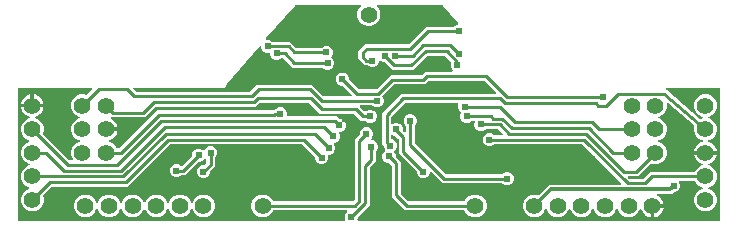
<source format=gbr>
G04 EAGLE Gerber X2 export*
G04 #@! %TF.Part,Single*
G04 #@! %TF.FileFunction,Copper,L2,Bot,Mixed*
G04 #@! %TF.FilePolarity,Positive*
G04 #@! %TF.GenerationSoftware,Autodesk,EAGLE,8.6.0*
G04 #@! %TF.CreationDate,2018-03-03T07:32:50Z*
G75*
%MOMM*%
%FSLAX34Y34*%
%LPD*%
%AMOC8*
5,1,8,0,0,1.08239X$1,22.5*%
G01*
%ADD10C,1.422400*%
%ADD11C,0.604000*%
%ADD12C,0.254000*%
%ADD13C,0.304800*%

G36*
X299138Y42588D02*
X299138Y42588D01*
X299184Y42586D01*
X299259Y42608D01*
X299335Y42620D01*
X299376Y42642D01*
X299420Y42655D01*
X299484Y42699D01*
X299553Y42736D01*
X299584Y42769D01*
X299622Y42795D01*
X299668Y42857D01*
X299722Y42914D01*
X299741Y42956D01*
X299769Y42992D01*
X299793Y43066D01*
X299826Y43137D01*
X299831Y43183D01*
X299845Y43226D01*
X299844Y43304D01*
X299853Y43381D01*
X299843Y43426D01*
X299842Y43472D01*
X299804Y43603D01*
X299800Y43622D01*
X299798Y43626D01*
X299796Y43633D01*
X299439Y44494D01*
X299439Y46706D01*
X300286Y48750D01*
X301426Y49890D01*
X301468Y49948D01*
X301517Y50000D01*
X301539Y50047D01*
X301569Y50089D01*
X301590Y50158D01*
X301621Y50223D01*
X301626Y50275D01*
X301642Y50325D01*
X301640Y50396D01*
X301648Y50467D01*
X301637Y50518D01*
X301635Y50570D01*
X301611Y50638D01*
X301595Y50708D01*
X301569Y50753D01*
X301551Y50801D01*
X301506Y50857D01*
X301469Y50919D01*
X301430Y50953D01*
X301397Y50993D01*
X301337Y51032D01*
X301282Y51079D01*
X301234Y51098D01*
X301190Y51126D01*
X301121Y51144D01*
X301054Y51171D01*
X300983Y51179D01*
X300952Y51187D01*
X300928Y51185D01*
X300887Y51189D01*
X239378Y51189D01*
X239263Y51170D01*
X239147Y51153D01*
X239142Y51151D01*
X239135Y51150D01*
X239033Y51095D01*
X238928Y51042D01*
X238924Y51037D01*
X238918Y51034D01*
X238838Y50950D01*
X238756Y50866D01*
X238752Y50860D01*
X238749Y50856D01*
X238741Y50839D01*
X238675Y50719D01*
X238183Y49532D01*
X235468Y46817D01*
X231920Y45347D01*
X228080Y45347D01*
X224532Y46817D01*
X221817Y49532D01*
X220347Y53080D01*
X220347Y56920D01*
X221817Y60468D01*
X224532Y63183D01*
X228080Y64653D01*
X231920Y64653D01*
X235468Y63183D01*
X238183Y60468D01*
X238675Y59281D01*
X238736Y59181D01*
X238796Y59081D01*
X238801Y59077D01*
X238805Y59072D01*
X238894Y58997D01*
X238983Y58921D01*
X238989Y58919D01*
X238994Y58915D01*
X239102Y58873D01*
X239212Y58829D01*
X239219Y58828D01*
X239224Y58827D01*
X239242Y58826D01*
X239378Y58811D01*
X306106Y58811D01*
X306196Y58825D01*
X306287Y58833D01*
X306317Y58845D01*
X306349Y58850D01*
X306430Y58893D01*
X306514Y58929D01*
X306546Y58955D01*
X306566Y58966D01*
X306589Y58989D01*
X306644Y59034D01*
X307966Y60356D01*
X308019Y60429D01*
X308079Y60499D01*
X308091Y60529D01*
X308110Y60555D01*
X308137Y60642D01*
X308171Y60727D01*
X308175Y60768D01*
X308182Y60790D01*
X308181Y60823D01*
X308189Y60894D01*
X308189Y111578D01*
X310644Y114034D01*
X310645Y114034D01*
X312216Y115606D01*
X312269Y115680D01*
X312329Y115749D01*
X312341Y115779D01*
X312360Y115805D01*
X312387Y115892D01*
X312421Y115977D01*
X312425Y116018D01*
X312432Y116040D01*
X312431Y116073D01*
X312439Y116144D01*
X312439Y117106D01*
X313286Y119150D01*
X314850Y120714D01*
X316894Y121561D01*
X319106Y121561D01*
X321150Y120714D01*
X322714Y119150D01*
X323561Y117106D01*
X323561Y114894D01*
X322714Y112850D01*
X321724Y111860D01*
X321682Y111802D01*
X321633Y111750D01*
X321611Y111703D01*
X321581Y111661D01*
X321560Y111592D01*
X321529Y111527D01*
X321524Y111475D01*
X321508Y111425D01*
X321510Y111354D01*
X321502Y111283D01*
X321513Y111232D01*
X321515Y111180D01*
X321539Y111112D01*
X321555Y111042D01*
X321581Y110997D01*
X321599Y110949D01*
X321644Y110893D01*
X321681Y110831D01*
X321720Y110797D01*
X321753Y110757D01*
X321813Y110718D01*
X321868Y110671D01*
X321916Y110652D01*
X321960Y110624D01*
X322029Y110606D01*
X322096Y110579D01*
X322167Y110571D01*
X322198Y110563D01*
X322222Y110565D01*
X322263Y110561D01*
X323106Y110561D01*
X325150Y109714D01*
X326714Y108150D01*
X327561Y106106D01*
X327561Y103894D01*
X326714Y101850D01*
X326034Y101170D01*
X325981Y101096D01*
X325921Y101026D01*
X325909Y100996D01*
X325890Y100970D01*
X325863Y100883D01*
X325829Y100798D01*
X325825Y100757D01*
X325818Y100735D01*
X325819Y100703D01*
X325811Y100631D01*
X325811Y92422D01*
X321034Y87644D01*
X320981Y87571D01*
X320921Y87501D01*
X320909Y87471D01*
X320890Y87445D01*
X320863Y87358D01*
X320829Y87273D01*
X320825Y87232D01*
X320818Y87210D01*
X320819Y87177D01*
X320811Y87106D01*
X320811Y56022D01*
X310784Y45994D01*
X310731Y45921D01*
X310671Y45851D01*
X310659Y45821D01*
X310640Y45795D01*
X310613Y45708D01*
X310579Y45623D01*
X310575Y45582D01*
X310568Y45560D01*
X310569Y45527D01*
X310561Y45456D01*
X310561Y44494D01*
X310204Y43633D01*
X310194Y43589D01*
X310174Y43547D01*
X310166Y43470D01*
X310148Y43394D01*
X310152Y43348D01*
X310147Y43303D01*
X310164Y43226D01*
X310171Y43149D01*
X310190Y43107D01*
X310200Y43062D01*
X310239Y42995D01*
X310271Y42924D01*
X310302Y42890D01*
X310326Y42851D01*
X310385Y42800D01*
X310438Y42743D01*
X310478Y42721D01*
X310513Y42691D01*
X310585Y42662D01*
X310653Y42625D01*
X310698Y42616D01*
X310741Y42599D01*
X310877Y42584D01*
X310895Y42581D01*
X310900Y42582D01*
X310908Y42581D01*
X616658Y42581D01*
X616678Y42584D01*
X616697Y42582D01*
X616799Y42604D01*
X616901Y42620D01*
X616918Y42630D01*
X616938Y42634D01*
X617027Y42687D01*
X617118Y42736D01*
X617132Y42750D01*
X617149Y42760D01*
X617216Y42839D01*
X617288Y42914D01*
X617296Y42932D01*
X617309Y42947D01*
X617348Y43043D01*
X617391Y43137D01*
X617393Y43157D01*
X617401Y43175D01*
X617419Y43342D01*
X617419Y154158D01*
X617416Y154178D01*
X617418Y154197D01*
X617396Y154299D01*
X617380Y154401D01*
X617370Y154418D01*
X617366Y154438D01*
X617313Y154527D01*
X617264Y154618D01*
X617250Y154632D01*
X617240Y154649D01*
X617161Y154716D01*
X617086Y154788D01*
X617068Y154796D01*
X617053Y154809D01*
X616957Y154848D01*
X616863Y154891D01*
X616843Y154893D01*
X616825Y154901D01*
X616658Y154919D01*
X572308Y154919D01*
X572237Y154908D01*
X572165Y154906D01*
X572116Y154888D01*
X572065Y154880D01*
X572002Y154846D01*
X571934Y154821D01*
X571894Y154789D01*
X571848Y154764D01*
X571798Y154712D01*
X571742Y154668D01*
X571714Y154624D01*
X571678Y154586D01*
X571648Y154521D01*
X571609Y154461D01*
X571597Y154410D01*
X571575Y154363D01*
X571567Y154292D01*
X571549Y154222D01*
X571553Y154170D01*
X571548Y154119D01*
X571563Y154048D01*
X571568Y153977D01*
X571589Y153929D01*
X571600Y153878D01*
X571637Y153817D01*
X571665Y153751D01*
X571709Y153695D01*
X571726Y153667D01*
X571744Y153652D01*
X571769Y153620D01*
X572571Y152819D01*
X572588Y152806D01*
X572613Y152779D01*
X600375Y128983D01*
X600450Y128938D01*
X600521Y128885D01*
X600555Y128874D01*
X600585Y128856D01*
X600671Y128836D01*
X600755Y128809D01*
X600790Y128809D01*
X600825Y128802D01*
X600913Y128811D01*
X601000Y128811D01*
X601044Y128824D01*
X601070Y128827D01*
X601098Y128840D01*
X601162Y128858D01*
X602220Y129297D01*
X602281Y129335D01*
X602347Y129364D01*
X602385Y129399D01*
X602429Y129426D01*
X602475Y129482D01*
X602528Y129530D01*
X602553Y129576D01*
X602586Y129616D01*
X602612Y129683D01*
X602647Y129746D01*
X602656Y129797D01*
X602674Y129845D01*
X602678Y129917D01*
X602690Y129988D01*
X602683Y130039D01*
X602685Y130091D01*
X602665Y130160D01*
X602654Y130231D01*
X602631Y130277D01*
X602616Y130327D01*
X602576Y130386D01*
X602543Y130450D01*
X602506Y130487D01*
X602476Y130529D01*
X602419Y130572D01*
X602367Y130622D01*
X602305Y130657D01*
X602279Y130676D01*
X602256Y130683D01*
X602220Y130703D01*
X599532Y131817D01*
X596817Y134532D01*
X595347Y138080D01*
X595347Y141920D01*
X596817Y145468D01*
X599532Y148183D01*
X603080Y149653D01*
X606920Y149653D01*
X610468Y148183D01*
X613183Y145468D01*
X614653Y141920D01*
X614653Y138080D01*
X613183Y134532D01*
X610468Y131817D01*
X607780Y130703D01*
X607719Y130665D01*
X607653Y130636D01*
X607615Y130601D01*
X607571Y130574D01*
X607525Y130518D01*
X607472Y130470D01*
X607447Y130424D01*
X607414Y130384D01*
X607388Y130317D01*
X607353Y130254D01*
X607344Y130203D01*
X607326Y130155D01*
X607322Y130083D01*
X607310Y130012D01*
X607317Y129961D01*
X607315Y129909D01*
X607335Y129840D01*
X607346Y129769D01*
X607369Y129723D01*
X607384Y129673D01*
X607424Y129614D01*
X607457Y129550D01*
X607494Y129513D01*
X607524Y129471D01*
X607581Y129428D01*
X607633Y129378D01*
X607695Y129343D01*
X607721Y129324D01*
X607744Y129317D01*
X607780Y129297D01*
X610468Y128183D01*
X613183Y125468D01*
X614653Y121920D01*
X614653Y118080D01*
X613183Y114532D01*
X610468Y111817D01*
X607715Y110676D01*
X607629Y110623D01*
X607540Y110575D01*
X607525Y110559D01*
X607506Y110547D01*
X607441Y110469D01*
X607372Y110395D01*
X607363Y110374D01*
X607349Y110357D01*
X607313Y110263D01*
X607271Y110171D01*
X607269Y110148D01*
X607261Y110128D01*
X607256Y110027D01*
X607246Y109926D01*
X607251Y109904D01*
X607250Y109882D01*
X607278Y109785D01*
X607301Y109686D01*
X607313Y109667D01*
X607319Y109646D01*
X607376Y109563D01*
X607429Y109476D01*
X607446Y109462D01*
X607459Y109444D01*
X607540Y109383D01*
X607618Y109318D01*
X607643Y109307D01*
X607656Y109297D01*
X607688Y109287D01*
X607771Y109249D01*
X608705Y108946D01*
X610059Y108256D01*
X611288Y107363D01*
X612363Y106288D01*
X613256Y105059D01*
X613946Y103705D01*
X614415Y102260D01*
X614532Y101523D01*
X605762Y101523D01*
X605742Y101520D01*
X605723Y101522D01*
X605621Y101500D01*
X605519Y101483D01*
X605502Y101474D01*
X605482Y101470D01*
X605393Y101417D01*
X605302Y101368D01*
X605288Y101354D01*
X605271Y101344D01*
X605204Y101265D01*
X605133Y101190D01*
X605124Y101172D01*
X605111Y101157D01*
X605073Y101061D01*
X605029Y100967D01*
X605027Y100947D01*
X605019Y100929D01*
X605001Y100762D01*
X605001Y99238D01*
X605004Y99218D01*
X605002Y99199D01*
X605024Y99097D01*
X605041Y98995D01*
X605050Y98978D01*
X605054Y98958D01*
X605107Y98869D01*
X605156Y98778D01*
X605170Y98764D01*
X605180Y98747D01*
X605259Y98680D01*
X605334Y98609D01*
X605352Y98600D01*
X605367Y98587D01*
X605463Y98548D01*
X605557Y98505D01*
X605577Y98503D01*
X605595Y98495D01*
X605762Y98477D01*
X614532Y98477D01*
X614415Y97740D01*
X613946Y96295D01*
X613256Y94941D01*
X612363Y93712D01*
X611288Y92637D01*
X610059Y91744D01*
X608705Y91054D01*
X607771Y90751D01*
X607681Y90704D01*
X607588Y90663D01*
X607572Y90648D01*
X607552Y90638D01*
X607482Y90565D01*
X607407Y90497D01*
X607397Y90477D01*
X607381Y90461D01*
X607337Y90370D01*
X607289Y90281D01*
X607285Y90259D01*
X607275Y90239D01*
X607263Y90139D01*
X607245Y90039D01*
X607248Y90017D01*
X607245Y89995D01*
X607266Y89896D01*
X607281Y89796D01*
X607291Y89776D01*
X607295Y89754D01*
X607346Y89667D01*
X607392Y89577D01*
X607408Y89561D01*
X607419Y89542D01*
X607495Y89476D01*
X607568Y89404D01*
X607592Y89391D01*
X607604Y89380D01*
X607635Y89368D01*
X607715Y89324D01*
X610468Y88183D01*
X613183Y85468D01*
X614653Y81920D01*
X614653Y78080D01*
X613183Y74532D01*
X610468Y71817D01*
X607780Y70703D01*
X607719Y70665D01*
X607653Y70636D01*
X607615Y70601D01*
X607571Y70574D01*
X607525Y70518D01*
X607472Y70470D01*
X607447Y70424D01*
X607414Y70384D01*
X607388Y70317D01*
X607353Y70254D01*
X607344Y70203D01*
X607326Y70155D01*
X607322Y70083D01*
X607310Y70012D01*
X607317Y69961D01*
X607315Y69909D01*
X607335Y69840D01*
X607346Y69769D01*
X607369Y69723D01*
X607384Y69673D01*
X607424Y69614D01*
X607457Y69550D01*
X607494Y69513D01*
X607524Y69471D01*
X607581Y69428D01*
X607633Y69378D01*
X607695Y69343D01*
X607721Y69324D01*
X607744Y69317D01*
X607780Y69297D01*
X610468Y68183D01*
X613183Y65468D01*
X614653Y61920D01*
X614653Y58080D01*
X613183Y54532D01*
X610468Y51817D01*
X606920Y50347D01*
X603080Y50347D01*
X599532Y51817D01*
X596817Y54532D01*
X595347Y58080D01*
X595347Y61920D01*
X596817Y65468D01*
X599532Y68183D01*
X602220Y69297D01*
X602281Y69335D01*
X602347Y69364D01*
X602385Y69399D01*
X602429Y69426D01*
X602475Y69482D01*
X602528Y69530D01*
X602553Y69576D01*
X602586Y69616D01*
X602612Y69683D01*
X602647Y69746D01*
X602656Y69797D01*
X602674Y69845D01*
X602678Y69917D01*
X602690Y69988D01*
X602683Y70039D01*
X602685Y70091D01*
X602665Y70160D01*
X602654Y70231D01*
X602631Y70277D01*
X602616Y70327D01*
X602576Y70386D01*
X602543Y70450D01*
X602506Y70487D01*
X602476Y70529D01*
X602419Y70572D01*
X602367Y70622D01*
X602305Y70657D01*
X602279Y70676D01*
X602256Y70683D01*
X602220Y70703D01*
X599532Y71817D01*
X596817Y74532D01*
X596325Y75719D01*
X596264Y75819D01*
X596204Y75919D01*
X596199Y75923D01*
X596195Y75928D01*
X596106Y76003D01*
X596017Y76079D01*
X596011Y76081D01*
X596006Y76085D01*
X595898Y76127D01*
X595788Y76171D01*
X595781Y76172D01*
X595776Y76173D01*
X595758Y76174D01*
X595622Y76189D01*
X583423Y76189D01*
X583378Y76182D01*
X583332Y76184D01*
X583257Y76162D01*
X583180Y76150D01*
X583140Y76128D01*
X583096Y76115D01*
X583032Y76071D01*
X582963Y76034D01*
X582931Y76001D01*
X582893Y75975D01*
X582847Y75913D01*
X582793Y75856D01*
X582774Y75814D01*
X582747Y75778D01*
X582723Y75704D01*
X582690Y75633D01*
X582685Y75587D01*
X582671Y75544D01*
X582671Y75466D01*
X582663Y75389D01*
X582672Y75344D01*
X582673Y75298D01*
X582711Y75166D01*
X582715Y75148D01*
X582718Y75144D01*
X582720Y75137D01*
X583561Y73106D01*
X583561Y70894D01*
X582714Y68850D01*
X581150Y67286D01*
X579106Y66439D01*
X578503Y66439D01*
X578413Y66425D01*
X578322Y66417D01*
X578292Y66405D01*
X578260Y66400D01*
X578180Y66357D01*
X578096Y66321D01*
X578064Y66295D01*
X578043Y66284D01*
X578021Y66261D01*
X577965Y66216D01*
X576684Y64935D01*
X564934Y64935D01*
X564867Y64924D01*
X564799Y64923D01*
X564746Y64905D01*
X564691Y64896D01*
X564631Y64864D01*
X564567Y64841D01*
X564523Y64807D01*
X564474Y64780D01*
X564427Y64731D01*
X564374Y64689D01*
X564343Y64643D01*
X564304Y64602D01*
X564276Y64540D01*
X564238Y64484D01*
X564224Y64430D01*
X564201Y64379D01*
X564193Y64312D01*
X564176Y64246D01*
X564180Y64190D01*
X564173Y64135D01*
X564188Y64068D01*
X564192Y64001D01*
X564214Y63949D01*
X564226Y63894D01*
X564261Y63836D01*
X564286Y63773D01*
X564323Y63731D01*
X564352Y63683D01*
X564403Y63639D01*
X564448Y63588D01*
X564514Y63545D01*
X564539Y63523D01*
X564558Y63515D01*
X564588Y63496D01*
X565059Y63256D01*
X566288Y62363D01*
X567363Y61288D01*
X568256Y60059D01*
X568946Y58705D01*
X569415Y57260D01*
X569532Y56523D01*
X560762Y56523D01*
X560742Y56520D01*
X560723Y56522D01*
X560621Y56500D01*
X560519Y56483D01*
X560502Y56474D01*
X560482Y56470D01*
X560393Y56417D01*
X560302Y56368D01*
X560288Y56354D01*
X560271Y56344D01*
X560204Y56265D01*
X560133Y56190D01*
X560124Y56172D01*
X560111Y56157D01*
X560073Y56061D01*
X560029Y55967D01*
X560027Y55947D01*
X560019Y55929D01*
X560001Y55762D01*
X560001Y54999D01*
X559238Y54999D01*
X559218Y54996D01*
X559199Y54998D01*
X559097Y54976D01*
X558995Y54959D01*
X558978Y54950D01*
X558958Y54946D01*
X558869Y54893D01*
X558778Y54844D01*
X558764Y54830D01*
X558747Y54820D01*
X558680Y54741D01*
X558609Y54666D01*
X558600Y54648D01*
X558587Y54633D01*
X558548Y54537D01*
X558505Y54443D01*
X558503Y54423D01*
X558495Y54405D01*
X558477Y54238D01*
X558477Y45468D01*
X557740Y45585D01*
X556295Y46054D01*
X554941Y46744D01*
X553712Y47637D01*
X552637Y48712D01*
X551744Y49941D01*
X551054Y51295D01*
X550751Y52229D01*
X550704Y52319D01*
X550663Y52412D01*
X550648Y52428D01*
X550638Y52448D01*
X550565Y52518D01*
X550497Y52593D01*
X550477Y52603D01*
X550461Y52619D01*
X550370Y52663D01*
X550281Y52711D01*
X550259Y52715D01*
X550239Y52725D01*
X550139Y52737D01*
X550039Y52755D01*
X550017Y52752D01*
X549995Y52755D01*
X549896Y52734D01*
X549796Y52719D01*
X549776Y52709D01*
X549754Y52705D01*
X549667Y52654D01*
X549577Y52608D01*
X549561Y52592D01*
X549542Y52581D01*
X549476Y52505D01*
X549404Y52432D01*
X549391Y52408D01*
X549380Y52396D01*
X549368Y52365D01*
X549324Y52285D01*
X548183Y49532D01*
X545468Y46817D01*
X541920Y45347D01*
X538080Y45347D01*
X534532Y46817D01*
X531817Y49532D01*
X530703Y52220D01*
X530665Y52281D01*
X530636Y52347D01*
X530601Y52385D01*
X530574Y52429D01*
X530518Y52475D01*
X530470Y52528D01*
X530424Y52553D01*
X530384Y52586D01*
X530317Y52612D01*
X530254Y52647D01*
X530203Y52656D01*
X530155Y52674D01*
X530083Y52678D01*
X530012Y52690D01*
X529961Y52683D01*
X529909Y52685D01*
X529840Y52665D01*
X529769Y52654D01*
X529723Y52631D01*
X529673Y52616D01*
X529614Y52576D01*
X529550Y52543D01*
X529513Y52506D01*
X529471Y52476D01*
X529428Y52419D01*
X529378Y52367D01*
X529343Y52305D01*
X529324Y52279D01*
X529317Y52256D01*
X529297Y52220D01*
X528183Y49532D01*
X525468Y46817D01*
X521920Y45347D01*
X518080Y45347D01*
X514532Y46817D01*
X511817Y49532D01*
X510703Y52220D01*
X510665Y52281D01*
X510636Y52347D01*
X510601Y52385D01*
X510574Y52430D01*
X510518Y52475D01*
X510470Y52528D01*
X510424Y52553D01*
X510384Y52586D01*
X510317Y52612D01*
X510254Y52647D01*
X510203Y52656D01*
X510155Y52675D01*
X510083Y52678D01*
X510012Y52690D01*
X509961Y52683D01*
X509909Y52685D01*
X509840Y52665D01*
X509769Y52655D01*
X509723Y52631D01*
X509673Y52616D01*
X509614Y52576D01*
X509550Y52543D01*
X509513Y52506D01*
X509471Y52476D01*
X509428Y52419D01*
X509378Y52367D01*
X509343Y52305D01*
X509324Y52279D01*
X509317Y52257D01*
X509297Y52220D01*
X508183Y49532D01*
X505468Y46817D01*
X501920Y45347D01*
X498080Y45347D01*
X494532Y46817D01*
X491817Y49532D01*
X490703Y52220D01*
X490665Y52281D01*
X490636Y52347D01*
X490601Y52385D01*
X490574Y52430D01*
X490518Y52475D01*
X490470Y52528D01*
X490424Y52553D01*
X490384Y52586D01*
X490317Y52612D01*
X490254Y52647D01*
X490203Y52656D01*
X490155Y52675D01*
X490083Y52678D01*
X490012Y52690D01*
X489961Y52683D01*
X489909Y52685D01*
X489840Y52665D01*
X489769Y52655D01*
X489723Y52631D01*
X489673Y52616D01*
X489614Y52576D01*
X489550Y52543D01*
X489513Y52506D01*
X489471Y52476D01*
X489428Y52419D01*
X489378Y52367D01*
X489343Y52305D01*
X489324Y52279D01*
X489317Y52257D01*
X489297Y52220D01*
X488183Y49532D01*
X485468Y46817D01*
X481920Y45347D01*
X478080Y45347D01*
X474532Y46817D01*
X471817Y49532D01*
X470703Y52220D01*
X470665Y52281D01*
X470636Y52347D01*
X470601Y52385D01*
X470574Y52429D01*
X470518Y52475D01*
X470470Y52528D01*
X470424Y52553D01*
X470384Y52586D01*
X470317Y52612D01*
X470254Y52647D01*
X470203Y52656D01*
X470155Y52674D01*
X470083Y52678D01*
X470012Y52690D01*
X469961Y52683D01*
X469909Y52685D01*
X469840Y52665D01*
X469769Y52654D01*
X469723Y52631D01*
X469673Y52616D01*
X469614Y52576D01*
X469550Y52543D01*
X469513Y52506D01*
X469471Y52476D01*
X469428Y52419D01*
X469378Y52367D01*
X469343Y52305D01*
X469324Y52279D01*
X469317Y52256D01*
X469297Y52220D01*
X468183Y49532D01*
X465468Y46817D01*
X461920Y45347D01*
X458080Y45347D01*
X454532Y46817D01*
X451817Y49532D01*
X450347Y53080D01*
X450347Y56920D01*
X451817Y60468D01*
X454532Y63183D01*
X458080Y64653D01*
X461920Y64653D01*
X462853Y64266D01*
X462967Y64239D01*
X463080Y64211D01*
X463087Y64211D01*
X463093Y64210D01*
X463209Y64221D01*
X463326Y64230D01*
X463331Y64233D01*
X463338Y64233D01*
X463445Y64281D01*
X463552Y64326D01*
X463558Y64331D01*
X463562Y64333D01*
X463576Y64346D01*
X463683Y64431D01*
X469712Y70461D01*
X472316Y73065D01*
X532708Y73065D01*
X532779Y73076D01*
X532851Y73078D01*
X532900Y73096D01*
X532951Y73104D01*
X533014Y73138D01*
X533082Y73163D01*
X533122Y73195D01*
X533168Y73220D01*
X533218Y73272D01*
X533274Y73316D01*
X533302Y73360D01*
X533338Y73398D01*
X533368Y73463D01*
X533407Y73523D01*
X533419Y73574D01*
X533441Y73621D01*
X533449Y73692D01*
X533467Y73762D01*
X533463Y73814D01*
X533468Y73865D01*
X533453Y73936D01*
X533448Y74007D01*
X533427Y74055D01*
X533416Y74106D01*
X533379Y74167D01*
X533351Y74233D01*
X533307Y74289D01*
X533290Y74317D01*
X533272Y74332D01*
X533247Y74364D01*
X500644Y106966D01*
X500571Y107019D01*
X500501Y107079D01*
X500471Y107091D01*
X500445Y107110D01*
X500358Y107137D01*
X500273Y107171D01*
X500232Y107175D01*
X500210Y107182D01*
X500177Y107181D01*
X500106Y107189D01*
X426369Y107189D01*
X426279Y107175D01*
X426188Y107167D01*
X426158Y107155D01*
X426126Y107150D01*
X426045Y107107D01*
X425961Y107071D01*
X425929Y107045D01*
X425909Y107034D01*
X425886Y107011D01*
X425830Y106966D01*
X425150Y106286D01*
X423106Y105439D01*
X420894Y105439D01*
X418850Y106286D01*
X417286Y107850D01*
X416439Y109894D01*
X416439Y112106D01*
X417286Y114150D01*
X418850Y115714D01*
X420894Y116561D01*
X423106Y116561D01*
X425150Y115714D01*
X425830Y115034D01*
X425904Y114981D01*
X425974Y114921D01*
X426004Y114909D01*
X426030Y114890D01*
X426117Y114863D01*
X426202Y114829D01*
X426243Y114825D01*
X426265Y114818D01*
X426297Y114819D01*
X426369Y114811D01*
X432962Y114811D01*
X433033Y114822D01*
X433105Y114824D01*
X433154Y114842D01*
X433205Y114850D01*
X433268Y114884D01*
X433336Y114909D01*
X433376Y114941D01*
X433422Y114966D01*
X433472Y115018D01*
X433528Y115062D01*
X433556Y115106D01*
X433592Y115144D01*
X433622Y115209D01*
X433661Y115269D01*
X433673Y115320D01*
X433695Y115367D01*
X433703Y115438D01*
X433721Y115508D01*
X433717Y115560D01*
X433722Y115611D01*
X433707Y115682D01*
X433702Y115753D01*
X433681Y115801D01*
X433670Y115852D01*
X433633Y115913D01*
X433605Y115979D01*
X433561Y116035D01*
X433544Y116063D01*
X433526Y116078D01*
X433501Y116110D01*
X429644Y119966D01*
X429570Y120019D01*
X429501Y120079D01*
X429471Y120091D01*
X429445Y120110D01*
X429358Y120137D01*
X429273Y120171D01*
X429232Y120175D01*
X429210Y120182D01*
X429177Y120181D01*
X429106Y120189D01*
X419369Y120189D01*
X419279Y120175D01*
X419188Y120167D01*
X419158Y120155D01*
X419126Y120150D01*
X419045Y120107D01*
X418961Y120071D01*
X418929Y120045D01*
X418909Y120034D01*
X418886Y120011D01*
X418830Y119966D01*
X418150Y119286D01*
X416106Y118439D01*
X413894Y118439D01*
X411850Y119286D01*
X410286Y120850D01*
X409439Y122894D01*
X409439Y125106D01*
X409866Y126137D01*
X409877Y126181D01*
X409896Y126223D01*
X409905Y126300D01*
X409922Y126376D01*
X409918Y126422D01*
X409923Y126467D01*
X409907Y126544D01*
X409899Y126621D01*
X409881Y126663D01*
X409871Y126708D01*
X409831Y126775D01*
X409799Y126846D01*
X409768Y126880D01*
X409745Y126919D01*
X409686Y126970D01*
X409633Y127027D01*
X409593Y127049D01*
X409558Y127079D01*
X409486Y127108D01*
X409417Y127145D01*
X409372Y127154D01*
X409330Y127171D01*
X409194Y127186D01*
X409175Y127189D01*
X409170Y127188D01*
X409163Y127189D01*
X407369Y127189D01*
X407279Y127175D01*
X407188Y127167D01*
X407158Y127155D01*
X407126Y127150D01*
X407045Y127107D01*
X406961Y127071D01*
X406929Y127045D01*
X406909Y127034D01*
X406886Y127011D01*
X406830Y126966D01*
X406150Y126286D01*
X404106Y125439D01*
X401894Y125439D01*
X399850Y126286D01*
X398286Y127850D01*
X397439Y129894D01*
X397439Y132106D01*
X398003Y133468D01*
X398030Y133582D01*
X398059Y133695D01*
X398058Y133701D01*
X398060Y133707D01*
X398049Y133824D01*
X398039Y133940D01*
X398037Y133946D01*
X398036Y133952D01*
X397989Y134060D01*
X397943Y134167D01*
X397939Y134172D01*
X397936Y134177D01*
X397924Y134191D01*
X397838Y134298D01*
X396286Y135850D01*
X395439Y137894D01*
X395439Y140106D01*
X395866Y141137D01*
X395877Y141181D01*
X395896Y141223D01*
X395905Y141300D01*
X395922Y141376D01*
X395918Y141422D01*
X395923Y141467D01*
X395907Y141544D01*
X395899Y141621D01*
X395881Y141663D01*
X395871Y141708D01*
X395831Y141775D01*
X395799Y141846D01*
X395768Y141880D01*
X395745Y141919D01*
X395686Y141970D01*
X395633Y142027D01*
X395593Y142049D01*
X395558Y142079D01*
X395486Y142108D01*
X395417Y142145D01*
X395372Y142154D01*
X395330Y142171D01*
X395194Y142186D01*
X395175Y142189D01*
X395170Y142188D01*
X395163Y142189D01*
X350894Y142189D01*
X350804Y142175D01*
X350713Y142167D01*
X350683Y142155D01*
X350651Y142150D01*
X350570Y142107D01*
X350486Y142071D01*
X350454Y142045D01*
X350434Y142034D01*
X350411Y142011D01*
X350356Y141966D01*
X339034Y130644D01*
X338989Y130582D01*
X338961Y130553D01*
X338956Y130541D01*
X338921Y130501D01*
X338909Y130471D01*
X338890Y130445D01*
X338863Y130358D01*
X338829Y130273D01*
X338825Y130232D01*
X338818Y130210D01*
X338819Y130177D01*
X338811Y130106D01*
X338811Y125423D01*
X338818Y125378D01*
X338816Y125332D01*
X338838Y125257D01*
X338850Y125180D01*
X338872Y125140D01*
X338885Y125096D01*
X338929Y125032D01*
X338966Y124963D01*
X338999Y124931D01*
X339025Y124893D01*
X339087Y124847D01*
X339144Y124793D01*
X339186Y124774D01*
X339222Y124747D01*
X339296Y124723D01*
X339367Y124690D01*
X339413Y124685D01*
X339456Y124671D01*
X339534Y124671D01*
X339611Y124663D01*
X339656Y124672D01*
X339702Y124673D01*
X339834Y124711D01*
X339852Y124715D01*
X339856Y124718D01*
X339863Y124720D01*
X341894Y125561D01*
X344106Y125561D01*
X346150Y124714D01*
X347714Y123150D01*
X348561Y121106D01*
X348561Y119144D01*
X348575Y119054D01*
X348583Y118963D01*
X348595Y118933D01*
X348600Y118901D01*
X348643Y118821D01*
X348679Y118736D01*
X348705Y118704D01*
X348716Y118684D01*
X348739Y118662D01*
X348784Y118606D01*
X349890Y117499D01*
X349948Y117458D01*
X350000Y117408D01*
X350047Y117386D01*
X350089Y117356D01*
X350158Y117335D01*
X350223Y117305D01*
X350275Y117299D01*
X350325Y117284D01*
X350396Y117285D01*
X350467Y117278D01*
X350518Y117289D01*
X350570Y117290D01*
X350638Y117315D01*
X350708Y117330D01*
X350753Y117356D01*
X350801Y117374D01*
X350857Y117419D01*
X350919Y117456D01*
X350953Y117496D01*
X350993Y117528D01*
X351032Y117588D01*
X351079Y117643D01*
X351098Y117691D01*
X351126Y117735D01*
X351144Y117804D01*
X351171Y117871D01*
X351179Y117942D01*
X351187Y117973D01*
X351185Y117997D01*
X351189Y118038D01*
X351189Y122631D01*
X351175Y122721D01*
X351167Y122812D01*
X351155Y122842D01*
X351150Y122874D01*
X351107Y122955D01*
X351071Y123039D01*
X351045Y123071D01*
X351034Y123091D01*
X351011Y123114D01*
X350966Y123170D01*
X350286Y123850D01*
X349439Y125894D01*
X349439Y128106D01*
X350286Y130150D01*
X351850Y131714D01*
X353894Y132561D01*
X356106Y132561D01*
X358150Y131714D01*
X359714Y130150D01*
X360561Y128106D01*
X360561Y125894D01*
X359714Y123850D01*
X359034Y123170D01*
X358981Y123096D01*
X358921Y123026D01*
X358909Y122996D01*
X358890Y122970D01*
X358863Y122883D01*
X358829Y122798D01*
X358825Y122757D01*
X358818Y122735D01*
X358819Y122703D01*
X358811Y122631D01*
X358811Y108894D01*
X358825Y108804D01*
X358833Y108713D01*
X358845Y108683D01*
X358850Y108651D01*
X358893Y108570D01*
X358929Y108486D01*
X358955Y108454D01*
X358966Y108434D01*
X358989Y108411D01*
X359034Y108356D01*
X385356Y82034D01*
X385429Y81981D01*
X385499Y81921D01*
X385529Y81909D01*
X385555Y81890D01*
X385642Y81863D01*
X385727Y81829D01*
X385768Y81825D01*
X385790Y81818D01*
X385823Y81819D01*
X385894Y81811D01*
X432631Y81811D01*
X432721Y81825D01*
X432812Y81833D01*
X432842Y81845D01*
X432874Y81850D01*
X432955Y81893D01*
X433039Y81929D01*
X433071Y81955D01*
X433091Y81966D01*
X433114Y81989D01*
X433170Y82034D01*
X433850Y82714D01*
X435894Y83561D01*
X438106Y83561D01*
X440150Y82714D01*
X441714Y81150D01*
X442561Y79106D01*
X442561Y76894D01*
X441714Y74850D01*
X440150Y73286D01*
X438106Y72439D01*
X435894Y72439D01*
X433850Y73286D01*
X433170Y73966D01*
X433096Y74019D01*
X433026Y74079D01*
X432996Y74091D01*
X432970Y74110D01*
X432883Y74137D01*
X432798Y74171D01*
X432757Y74175D01*
X432735Y74182D01*
X432703Y74181D01*
X432631Y74189D01*
X382422Y74189D01*
X379966Y76644D01*
X372860Y83751D01*
X372802Y83792D01*
X372750Y83842D01*
X372703Y83864D01*
X372661Y83894D01*
X372592Y83915D01*
X372527Y83945D01*
X372475Y83951D01*
X372425Y83966D01*
X372354Y83965D01*
X372283Y83972D01*
X372232Y83961D01*
X372180Y83960D01*
X372112Y83935D01*
X372042Y83920D01*
X371997Y83894D01*
X371949Y83876D01*
X371893Y83831D01*
X371831Y83794D01*
X371797Y83754D01*
X371757Y83722D01*
X371718Y83662D01*
X371671Y83607D01*
X371652Y83559D01*
X371624Y83515D01*
X371606Y83446D01*
X371579Y83379D01*
X371571Y83308D01*
X371563Y83276D01*
X371565Y83253D01*
X371561Y83212D01*
X371561Y82894D01*
X370714Y80850D01*
X369150Y79286D01*
X367106Y78439D01*
X364894Y78439D01*
X362850Y79286D01*
X361286Y80850D01*
X360439Y82894D01*
X360439Y83856D01*
X360425Y83946D01*
X360417Y84037D01*
X360405Y84067D01*
X360400Y84099D01*
X360357Y84180D01*
X360321Y84264D01*
X360295Y84296D01*
X360284Y84316D01*
X360261Y84339D01*
X360216Y84394D01*
X345189Y99422D01*
X345189Y111106D01*
X345187Y111121D01*
X345188Y111133D01*
X345175Y111194D01*
X345175Y111196D01*
X345167Y111287D01*
X345155Y111317D01*
X345150Y111349D01*
X345107Y111430D01*
X345071Y111514D01*
X345045Y111546D01*
X345034Y111566D01*
X345011Y111589D01*
X344966Y111644D01*
X342394Y114216D01*
X342321Y114269D01*
X342251Y114329D01*
X342221Y114341D01*
X342195Y114360D01*
X342108Y114387D01*
X342023Y114421D01*
X341982Y114425D01*
X341960Y114432D01*
X341927Y114431D01*
X341908Y114434D01*
X339863Y115280D01*
X339819Y115291D01*
X339777Y115310D01*
X339700Y115319D01*
X339624Y115337D01*
X339578Y115332D01*
X339533Y115337D01*
X339456Y115321D01*
X339379Y115313D01*
X339337Y115295D01*
X339292Y115285D01*
X339225Y115245D01*
X339154Y115213D01*
X339120Y115182D01*
X339081Y115159D01*
X339030Y115100D01*
X338973Y115047D01*
X338951Y115007D01*
X338921Y114972D01*
X338892Y114900D01*
X338855Y114832D01*
X338846Y114786D01*
X338829Y114744D01*
X338814Y114608D01*
X338811Y114589D01*
X338812Y114585D01*
X338811Y114577D01*
X338811Y112192D01*
X338830Y112077D01*
X338847Y111961D01*
X338849Y111955D01*
X338850Y111949D01*
X338905Y111846D01*
X338958Y111742D01*
X338963Y111737D01*
X338966Y111732D01*
X339050Y111652D01*
X339134Y111569D01*
X339140Y111566D01*
X339144Y111562D01*
X339161Y111554D01*
X339281Y111488D01*
X341150Y110714D01*
X342714Y109150D01*
X343561Y107106D01*
X343561Y104894D01*
X342714Y102850D01*
X341402Y101538D01*
X341391Y101522D01*
X341375Y101510D01*
X341319Y101422D01*
X341259Y101339D01*
X341253Y101320D01*
X341242Y101303D01*
X341217Y101202D01*
X341186Y101103D01*
X341187Y101083D01*
X341182Y101064D01*
X341190Y100961D01*
X341193Y100858D01*
X341200Y100839D01*
X341201Y100819D01*
X341242Y100724D01*
X341277Y100627D01*
X341290Y100611D01*
X341298Y100593D01*
X341402Y100462D01*
X341714Y100150D01*
X342561Y98106D01*
X342561Y97144D01*
X342575Y97054D01*
X342583Y96963D01*
X342595Y96933D01*
X342600Y96901D01*
X342643Y96820D01*
X342679Y96736D01*
X342705Y96704D01*
X342716Y96684D01*
X342739Y96661D01*
X342784Y96606D01*
X346811Y92578D01*
X346811Y65894D01*
X346825Y65804D01*
X346833Y65713D01*
X346845Y65683D01*
X346850Y65651D01*
X346893Y65570D01*
X346929Y65486D01*
X346955Y65454D01*
X346966Y65434D01*
X346989Y65411D01*
X347034Y65356D01*
X353356Y59034D01*
X353429Y58981D01*
X353499Y58921D01*
X353529Y58909D01*
X353555Y58890D01*
X353642Y58863D01*
X353727Y58829D01*
X353768Y58825D01*
X353790Y58818D01*
X353823Y58819D01*
X353894Y58811D01*
X400622Y58811D01*
X400737Y58830D01*
X400853Y58847D01*
X400858Y58849D01*
X400865Y58850D01*
X400967Y58905D01*
X401072Y58958D01*
X401076Y58963D01*
X401082Y58966D01*
X401162Y59050D01*
X401244Y59134D01*
X401248Y59140D01*
X401251Y59144D01*
X401259Y59161D01*
X401325Y59281D01*
X401817Y60468D01*
X404532Y63183D01*
X408080Y64653D01*
X411920Y64653D01*
X415468Y63183D01*
X418183Y60468D01*
X419653Y56920D01*
X419653Y53080D01*
X418183Y49532D01*
X415468Y46817D01*
X411920Y45347D01*
X408080Y45347D01*
X404532Y46817D01*
X401817Y49532D01*
X401325Y50719D01*
X401264Y50819D01*
X401204Y50919D01*
X401199Y50923D01*
X401195Y50928D01*
X401106Y51003D01*
X401017Y51079D01*
X401011Y51081D01*
X401006Y51085D01*
X400898Y51127D01*
X400788Y51171D01*
X400781Y51172D01*
X400776Y51173D01*
X400758Y51174D01*
X400622Y51189D01*
X350422Y51189D01*
X339189Y62422D01*
X339189Y89106D01*
X339175Y89196D01*
X339167Y89287D01*
X339155Y89317D01*
X339150Y89349D01*
X339107Y89430D01*
X339071Y89514D01*
X339045Y89546D01*
X339034Y89566D01*
X339011Y89589D01*
X338966Y89644D01*
X337394Y91216D01*
X337321Y91269D01*
X337251Y91329D01*
X337221Y91341D01*
X337195Y91360D01*
X337108Y91387D01*
X337023Y91421D01*
X336982Y91425D01*
X336960Y91432D01*
X336927Y91431D01*
X336856Y91439D01*
X335894Y91439D01*
X333850Y92286D01*
X332286Y93850D01*
X331439Y95894D01*
X331439Y98106D01*
X332286Y100150D01*
X333598Y101462D01*
X333609Y101478D01*
X333625Y101490D01*
X333681Y101578D01*
X333741Y101661D01*
X333747Y101680D01*
X333758Y101697D01*
X333783Y101798D01*
X333814Y101897D01*
X333813Y101916D01*
X333818Y101936D01*
X333810Y102039D01*
X333807Y102142D01*
X333800Y102161D01*
X333799Y102181D01*
X333758Y102276D01*
X333723Y102373D01*
X333710Y102389D01*
X333702Y102407D01*
X333598Y102538D01*
X333286Y102850D01*
X332439Y104894D01*
X332439Y105856D01*
X332425Y105946D01*
X332417Y106037D01*
X332405Y106067D01*
X332400Y106099D01*
X332357Y106180D01*
X332321Y106264D01*
X332295Y106296D01*
X332284Y106316D01*
X332261Y106339D01*
X332216Y106394D01*
X331189Y107422D01*
X331189Y133578D01*
X347422Y149811D01*
X426962Y149811D01*
X427033Y149822D01*
X427105Y149824D01*
X427154Y149842D01*
X427205Y149850D01*
X427268Y149884D01*
X427336Y149909D01*
X427376Y149941D01*
X427422Y149966D01*
X427472Y150018D01*
X427528Y150062D01*
X427556Y150106D01*
X427592Y150144D01*
X427622Y150209D01*
X427661Y150269D01*
X427673Y150320D01*
X427695Y150367D01*
X427703Y150438D01*
X427721Y150508D01*
X427717Y150560D01*
X427722Y150611D01*
X427707Y150682D01*
X427702Y150753D01*
X427681Y150801D01*
X427670Y150852D01*
X427633Y150913D01*
X427605Y150979D01*
X427561Y151035D01*
X427544Y151063D01*
X427526Y151078D01*
X427501Y151110D01*
X417644Y160966D01*
X417571Y161019D01*
X417501Y161079D01*
X417471Y161091D01*
X417445Y161110D01*
X417358Y161137D01*
X417273Y161171D01*
X417232Y161175D01*
X417210Y161182D01*
X417177Y161181D01*
X417106Y161189D01*
X370894Y161189D01*
X370804Y161175D01*
X370713Y161167D01*
X370683Y161155D01*
X370651Y161150D01*
X370570Y161107D01*
X370486Y161071D01*
X370454Y161045D01*
X370434Y161034D01*
X370411Y161011D01*
X370356Y160966D01*
X367578Y158189D01*
X341894Y158189D01*
X341804Y158175D01*
X341713Y158167D01*
X341683Y158155D01*
X341651Y158150D01*
X341570Y158107D01*
X341486Y158071D01*
X341454Y158045D01*
X341434Y158034D01*
X341411Y158011D01*
X341356Y157966D01*
X331665Y148276D01*
X331653Y148260D01*
X331638Y148247D01*
X331582Y148160D01*
X331521Y148076D01*
X331516Y148057D01*
X331505Y148040D01*
X331479Y147940D01*
X331449Y147841D01*
X331450Y147821D01*
X331445Y147802D01*
X331453Y147699D01*
X331455Y147595D01*
X331462Y147576D01*
X331464Y147556D01*
X331504Y147461D01*
X331540Y147364D01*
X331552Y147348D01*
X331560Y147330D01*
X331665Y147199D01*
X331714Y147150D01*
X332561Y145106D01*
X332561Y142894D01*
X331714Y140850D01*
X330150Y139286D01*
X328106Y138439D01*
X325894Y138439D01*
X323850Y139286D01*
X323170Y139966D01*
X323096Y140019D01*
X323026Y140079D01*
X322996Y140091D01*
X322970Y140110D01*
X322883Y140137D01*
X322798Y140171D01*
X322757Y140175D01*
X322735Y140182D01*
X322703Y140181D01*
X322631Y140189D01*
X313038Y140189D01*
X312967Y140178D01*
X312895Y140176D01*
X312846Y140158D01*
X312795Y140150D01*
X312732Y140116D01*
X312664Y140091D01*
X312624Y140059D01*
X312578Y140034D01*
X312528Y139983D01*
X312472Y139938D01*
X312444Y139894D01*
X312408Y139856D01*
X312378Y139791D01*
X312339Y139731D01*
X312327Y139680D01*
X312305Y139633D01*
X312297Y139562D01*
X312279Y139492D01*
X312283Y139440D01*
X312278Y139389D01*
X312293Y139318D01*
X312298Y139247D01*
X312319Y139199D01*
X312330Y139148D01*
X312367Y139087D01*
X312395Y139021D01*
X312439Y138965D01*
X312456Y138937D01*
X312474Y138922D01*
X312499Y138890D01*
X316224Y135165D01*
X316240Y135153D01*
X316253Y135138D01*
X316340Y135082D01*
X316424Y135021D01*
X316443Y135016D01*
X316460Y135005D01*
X316560Y134979D01*
X316659Y134949D01*
X316679Y134950D01*
X316698Y134945D01*
X316801Y134953D01*
X316905Y134955D01*
X316924Y134962D01*
X316944Y134964D01*
X317039Y135004D01*
X317136Y135040D01*
X317152Y135052D01*
X317170Y135060D01*
X317301Y135165D01*
X317850Y135714D01*
X319894Y136561D01*
X322106Y136561D01*
X324150Y135714D01*
X325714Y134150D01*
X326561Y132106D01*
X326561Y129894D01*
X325714Y127850D01*
X324150Y126286D01*
X322106Y125439D01*
X319894Y125439D01*
X317850Y126286D01*
X317170Y126966D01*
X317096Y127019D01*
X317026Y127079D01*
X316996Y127091D01*
X316970Y127110D01*
X316883Y127137D01*
X316798Y127171D01*
X316757Y127175D01*
X316735Y127182D01*
X316703Y127181D01*
X316631Y127189D01*
X313422Y127189D01*
X307644Y132966D01*
X307571Y133019D01*
X307501Y133079D01*
X307471Y133091D01*
X307445Y133110D01*
X307358Y133137D01*
X307273Y133171D01*
X307232Y133175D01*
X307210Y133182D01*
X307177Y133181D01*
X307106Y133189D01*
X278422Y133189D01*
X269644Y141966D01*
X269571Y142019D01*
X269501Y142079D01*
X269471Y142091D01*
X269445Y142110D01*
X269358Y142137D01*
X269273Y142171D01*
X269232Y142175D01*
X269210Y142182D01*
X269177Y142181D01*
X269106Y142189D01*
X227858Y142189D01*
X227767Y142175D01*
X227677Y142167D01*
X227647Y142155D01*
X227615Y142150D01*
X227534Y142107D01*
X227450Y142071D01*
X227418Y142045D01*
X227397Y142034D01*
X227375Y142011D01*
X227319Y141966D01*
X224542Y139189D01*
X139894Y139189D01*
X139804Y139175D01*
X139713Y139167D01*
X139683Y139155D01*
X139651Y139150D01*
X139570Y139107D01*
X139486Y139071D01*
X139454Y139045D01*
X139434Y139034D01*
X139411Y139011D01*
X139356Y138966D01*
X130578Y130189D01*
X101935Y130189D01*
X101868Y130178D01*
X101800Y130177D01*
X101748Y130159D01*
X101692Y130150D01*
X101633Y130118D01*
X101569Y130095D01*
X101524Y130061D01*
X101475Y130034D01*
X101428Y129985D01*
X101375Y129943D01*
X101344Y129897D01*
X101306Y129856D01*
X101277Y129795D01*
X101240Y129738D01*
X101226Y129684D01*
X101202Y129633D01*
X101195Y129566D01*
X101177Y129500D01*
X101181Y129444D01*
X101175Y129389D01*
X101189Y129322D01*
X101194Y129255D01*
X101215Y129203D01*
X101227Y129148D01*
X101262Y129090D01*
X101288Y129027D01*
X101325Y128985D01*
X101353Y128937D01*
X101405Y128893D01*
X101449Y128842D01*
X101515Y128799D01*
X101540Y128777D01*
X101560Y128769D01*
X101590Y128750D01*
X102559Y128256D01*
X103788Y127363D01*
X104863Y126288D01*
X105756Y125059D01*
X106446Y123705D01*
X106915Y122260D01*
X107032Y121523D01*
X98262Y121523D01*
X98242Y121520D01*
X98223Y121522D01*
X98121Y121500D01*
X98019Y121483D01*
X98002Y121474D01*
X97982Y121470D01*
X97893Y121417D01*
X97802Y121368D01*
X97788Y121354D01*
X97771Y121344D01*
X97704Y121265D01*
X97633Y121190D01*
X97624Y121172D01*
X97611Y121157D01*
X97573Y121061D01*
X97529Y120967D01*
X97527Y120947D01*
X97519Y120929D01*
X97501Y120762D01*
X97501Y119238D01*
X97504Y119218D01*
X97502Y119199D01*
X97524Y119097D01*
X97541Y118995D01*
X97550Y118978D01*
X97554Y118958D01*
X97607Y118869D01*
X97656Y118778D01*
X97670Y118764D01*
X97680Y118747D01*
X97759Y118680D01*
X97834Y118609D01*
X97852Y118600D01*
X97867Y118587D01*
X97963Y118548D01*
X98057Y118505D01*
X98077Y118503D01*
X98095Y118495D01*
X98262Y118477D01*
X107032Y118477D01*
X106915Y117740D01*
X106446Y116295D01*
X105756Y114941D01*
X104863Y113712D01*
X103788Y112637D01*
X102559Y111744D01*
X101205Y111054D01*
X100271Y110751D01*
X100181Y110704D01*
X100088Y110663D01*
X100072Y110648D01*
X100052Y110638D01*
X99982Y110565D01*
X99907Y110497D01*
X99896Y110477D01*
X99881Y110461D01*
X99837Y110370D01*
X99789Y110281D01*
X99785Y110260D01*
X99775Y110239D01*
X99763Y110139D01*
X99745Y110039D01*
X99748Y110017D01*
X99745Y109995D01*
X99766Y109896D01*
X99781Y109796D01*
X99791Y109776D01*
X99795Y109754D01*
X99846Y109667D01*
X99892Y109577D01*
X99908Y109561D01*
X99919Y109542D01*
X99995Y109475D01*
X100068Y109404D01*
X100092Y109391D01*
X100104Y109380D01*
X100135Y109368D01*
X100215Y109324D01*
X102968Y108183D01*
X105683Y105468D01*
X106175Y104281D01*
X106236Y104181D01*
X106296Y104081D01*
X106301Y104077D01*
X106305Y104072D01*
X106394Y103997D01*
X106483Y103921D01*
X106489Y103919D01*
X106494Y103915D01*
X106602Y103873D01*
X106712Y103829D01*
X106719Y103828D01*
X106724Y103827D01*
X106742Y103826D01*
X106878Y103811D01*
X108106Y103811D01*
X108196Y103825D01*
X108287Y103833D01*
X108317Y103845D01*
X108349Y103850D01*
X108430Y103893D01*
X108514Y103929D01*
X108546Y103955D01*
X108566Y103966D01*
X108589Y103989D01*
X108644Y104034D01*
X140422Y135811D01*
X238106Y135811D01*
X238196Y135825D01*
X238287Y135833D01*
X238317Y135845D01*
X238349Y135850D01*
X238430Y135893D01*
X238514Y135929D01*
X238546Y135955D01*
X238566Y135966D01*
X238588Y135989D01*
X238645Y136034D01*
X239236Y136625D01*
X240631Y136625D01*
X240721Y136639D01*
X240812Y136647D01*
X240842Y136659D01*
X240874Y136664D01*
X240955Y136707D01*
X241039Y136743D01*
X241071Y136769D01*
X241091Y136780D01*
X241114Y136803D01*
X241170Y136848D01*
X241850Y137528D01*
X243894Y138375D01*
X246106Y138375D01*
X248150Y137528D01*
X249714Y135964D01*
X250561Y133920D01*
X250561Y131572D01*
X250564Y131552D01*
X250562Y131533D01*
X250584Y131431D01*
X250600Y131329D01*
X250610Y131312D01*
X250614Y131292D01*
X250667Y131203D01*
X250716Y131112D01*
X250730Y131098D01*
X250740Y131081D01*
X250819Y131014D01*
X250894Y130942D01*
X250912Y130934D01*
X250927Y130921D01*
X251023Y130882D01*
X251117Y130839D01*
X251137Y130837D01*
X251155Y130829D01*
X251322Y130811D01*
X292764Y130811D01*
X294606Y128970D01*
X294679Y128917D01*
X294749Y128857D01*
X294779Y128845D01*
X294805Y128826D01*
X294892Y128799D01*
X294977Y128765D01*
X295018Y128761D01*
X295040Y128754D01*
X295073Y128755D01*
X295144Y128747D01*
X296106Y128747D01*
X298150Y127900D01*
X299714Y126336D01*
X300561Y124292D01*
X300561Y122080D01*
X299714Y120036D01*
X298150Y118472D01*
X296106Y117625D01*
X295657Y117625D01*
X295611Y117618D01*
X295565Y117620D01*
X295491Y117598D01*
X295414Y117586D01*
X295373Y117564D01*
X295329Y117551D01*
X295265Y117507D01*
X295196Y117470D01*
X295165Y117437D01*
X295127Y117411D01*
X295081Y117349D01*
X295027Y117292D01*
X295008Y117250D01*
X294980Y117214D01*
X294956Y117140D01*
X294923Y117069D01*
X294918Y117023D01*
X294904Y116980D01*
X294905Y116902D01*
X294896Y116825D01*
X294906Y116780D01*
X294907Y116734D01*
X294945Y116602D01*
X294949Y116584D01*
X294951Y116580D01*
X294953Y116573D01*
X295561Y115106D01*
X295561Y112894D01*
X294714Y110850D01*
X293150Y109286D01*
X290970Y108383D01*
X290931Y108359D01*
X290888Y108343D01*
X290827Y108294D01*
X290761Y108253D01*
X290731Y108218D01*
X290696Y108189D01*
X290653Y108124D01*
X290604Y108064D01*
X290587Y108021D01*
X290563Y107982D01*
X290544Y107907D01*
X290516Y107834D01*
X290514Y107788D01*
X290503Y107744D01*
X290509Y107666D01*
X290505Y107588D01*
X290518Y107544D01*
X290522Y107498D01*
X290552Y107427D01*
X290574Y107352D01*
X290600Y107314D01*
X290618Y107272D01*
X290704Y107165D01*
X290714Y107150D01*
X291561Y105106D01*
X291561Y102894D01*
X290714Y100850D01*
X289150Y99286D01*
X287106Y98439D01*
X286148Y98439D01*
X286103Y98432D01*
X286057Y98434D01*
X285982Y98412D01*
X285905Y98400D01*
X285865Y98378D01*
X285820Y98365D01*
X285756Y98321D01*
X285688Y98284D01*
X285656Y98251D01*
X285618Y98225D01*
X285572Y98162D01*
X285518Y98106D01*
X285499Y98065D01*
X285472Y98028D01*
X285447Y97953D01*
X285415Y97883D01*
X285410Y97837D01*
X285395Y97794D01*
X285396Y97716D01*
X285388Y97639D01*
X285397Y97594D01*
X285398Y97548D01*
X285436Y97417D01*
X285440Y97398D01*
X285442Y97394D01*
X285445Y97387D01*
X285561Y97106D01*
X285561Y94894D01*
X284714Y92850D01*
X283150Y91286D01*
X281106Y90439D01*
X278894Y90439D01*
X276850Y91286D01*
X275286Y92850D01*
X274439Y94894D01*
X274439Y95856D01*
X274425Y95946D01*
X274417Y96037D01*
X274405Y96067D01*
X274400Y96099D01*
X274374Y96147D01*
X274374Y96148D01*
X274370Y96154D01*
X274357Y96180D01*
X274321Y96264D01*
X274295Y96296D01*
X274284Y96316D01*
X274261Y96339D01*
X274257Y96343D01*
X274248Y96359D01*
X274238Y96368D01*
X274216Y96394D01*
X263644Y106966D01*
X263571Y107019D01*
X263501Y107079D01*
X263471Y107091D01*
X263445Y107110D01*
X263358Y107137D01*
X263273Y107171D01*
X263232Y107175D01*
X263210Y107182D01*
X263177Y107181D01*
X263106Y107189D01*
X151894Y107189D01*
X151804Y107175D01*
X151713Y107167D01*
X151683Y107155D01*
X151651Y107150D01*
X151570Y107107D01*
X151486Y107071D01*
X151454Y107045D01*
X151434Y107034D01*
X151411Y107011D01*
X151356Y106966D01*
X115578Y71189D01*
X51894Y71189D01*
X51804Y71175D01*
X51713Y71167D01*
X51683Y71155D01*
X51651Y71150D01*
X51570Y71107D01*
X51486Y71071D01*
X51454Y71045D01*
X51434Y71034D01*
X51411Y71011D01*
X51356Y70966D01*
X44326Y63937D01*
X44258Y63842D01*
X44188Y63748D01*
X44186Y63742D01*
X44182Y63737D01*
X44148Y63625D01*
X44112Y63514D01*
X44112Y63508D01*
X44110Y63502D01*
X44113Y63385D01*
X44114Y63268D01*
X44116Y63261D01*
X44116Y63256D01*
X44123Y63239D01*
X44161Y63107D01*
X44653Y61920D01*
X44653Y58080D01*
X43183Y54532D01*
X40468Y51817D01*
X36920Y50347D01*
X33080Y50347D01*
X29532Y51817D01*
X26817Y54532D01*
X25347Y58080D01*
X25347Y61920D01*
X26817Y65468D01*
X29532Y68183D01*
X32220Y69297D01*
X32281Y69335D01*
X32347Y69364D01*
X32385Y69399D01*
X32429Y69426D01*
X32475Y69482D01*
X32528Y69530D01*
X32553Y69576D01*
X32586Y69616D01*
X32612Y69683D01*
X32647Y69746D01*
X32656Y69797D01*
X32674Y69845D01*
X32678Y69917D01*
X32690Y69988D01*
X32683Y70039D01*
X32685Y70091D01*
X32665Y70160D01*
X32654Y70231D01*
X32631Y70277D01*
X32616Y70327D01*
X32576Y70386D01*
X32543Y70450D01*
X32506Y70487D01*
X32476Y70529D01*
X32419Y70572D01*
X32367Y70622D01*
X32305Y70657D01*
X32279Y70676D01*
X32256Y70683D01*
X32220Y70703D01*
X29532Y71817D01*
X26817Y74532D01*
X25347Y78080D01*
X25347Y81920D01*
X26817Y85468D01*
X29532Y88183D01*
X32220Y89297D01*
X32281Y89335D01*
X32347Y89364D01*
X32385Y89399D01*
X32429Y89426D01*
X32475Y89482D01*
X32528Y89530D01*
X32553Y89576D01*
X32586Y89616D01*
X32612Y89683D01*
X32647Y89746D01*
X32656Y89797D01*
X32674Y89845D01*
X32678Y89917D01*
X32690Y89988D01*
X32683Y90039D01*
X32685Y90091D01*
X32665Y90160D01*
X32654Y90231D01*
X32631Y90277D01*
X32616Y90327D01*
X32576Y90386D01*
X32543Y90450D01*
X32506Y90487D01*
X32476Y90529D01*
X32419Y90572D01*
X32367Y90622D01*
X32305Y90657D01*
X32279Y90676D01*
X32256Y90683D01*
X32220Y90703D01*
X29532Y91817D01*
X26817Y94532D01*
X25347Y98080D01*
X25347Y101920D01*
X26817Y105468D01*
X29532Y108183D01*
X32220Y109297D01*
X32281Y109335D01*
X32347Y109364D01*
X32385Y109399D01*
X32429Y109426D01*
X32475Y109482D01*
X32528Y109530D01*
X32553Y109576D01*
X32586Y109616D01*
X32612Y109683D01*
X32647Y109746D01*
X32656Y109797D01*
X32674Y109845D01*
X32678Y109917D01*
X32690Y109988D01*
X32683Y110039D01*
X32685Y110091D01*
X32665Y110160D01*
X32654Y110231D01*
X32631Y110277D01*
X32616Y110327D01*
X32576Y110386D01*
X32543Y110450D01*
X32506Y110487D01*
X32476Y110529D01*
X32419Y110572D01*
X32367Y110622D01*
X32305Y110657D01*
X32279Y110676D01*
X32256Y110683D01*
X32220Y110703D01*
X29532Y111817D01*
X26817Y114532D01*
X25347Y118080D01*
X25347Y121920D01*
X26817Y125468D01*
X29532Y128183D01*
X32285Y129324D01*
X32371Y129377D01*
X32460Y129425D01*
X32475Y129441D01*
X32494Y129453D01*
X32559Y129531D01*
X32628Y129605D01*
X32637Y129626D01*
X32651Y129643D01*
X32687Y129737D01*
X32729Y129829D01*
X32731Y129852D01*
X32739Y129872D01*
X32744Y129973D01*
X32754Y130074D01*
X32749Y130096D01*
X32750Y130118D01*
X32722Y130215D01*
X32699Y130314D01*
X32687Y130333D01*
X32681Y130354D01*
X32624Y130437D01*
X32571Y130524D01*
X32554Y130538D01*
X32541Y130556D01*
X32460Y130617D01*
X32382Y130682D01*
X32357Y130693D01*
X32344Y130703D01*
X32312Y130713D01*
X32229Y130751D01*
X31295Y131054D01*
X29941Y131744D01*
X28712Y132637D01*
X27637Y133712D01*
X26744Y134941D01*
X26054Y136295D01*
X25585Y137740D01*
X25468Y138477D01*
X34238Y138477D01*
X34258Y138480D01*
X34277Y138478D01*
X34379Y138500D01*
X34481Y138517D01*
X34498Y138526D01*
X34518Y138530D01*
X34607Y138583D01*
X34698Y138632D01*
X34712Y138646D01*
X34729Y138656D01*
X34796Y138735D01*
X34867Y138810D01*
X34876Y138828D01*
X34889Y138843D01*
X34927Y138939D01*
X34971Y139033D01*
X34973Y139053D01*
X34981Y139071D01*
X34999Y139238D01*
X34999Y140001D01*
X35001Y140001D01*
X35001Y139238D01*
X35003Y139227D01*
X35002Y139220D01*
X35003Y139213D01*
X35002Y139199D01*
X35024Y139097D01*
X35041Y138995D01*
X35050Y138978D01*
X35054Y138958D01*
X35107Y138869D01*
X35156Y138778D01*
X35170Y138764D01*
X35180Y138747D01*
X35259Y138680D01*
X35334Y138609D01*
X35352Y138600D01*
X35367Y138587D01*
X35463Y138548D01*
X35557Y138505D01*
X35577Y138503D01*
X35595Y138495D01*
X35762Y138477D01*
X44532Y138477D01*
X44415Y137740D01*
X43946Y136295D01*
X43256Y134941D01*
X42363Y133712D01*
X41288Y132637D01*
X40059Y131744D01*
X38705Y131054D01*
X37771Y130751D01*
X37681Y130704D01*
X37588Y130663D01*
X37572Y130648D01*
X37552Y130638D01*
X37482Y130565D01*
X37407Y130497D01*
X37397Y130477D01*
X37381Y130461D01*
X37337Y130370D01*
X37289Y130281D01*
X37285Y130259D01*
X37275Y130239D01*
X37263Y130139D01*
X37245Y130039D01*
X37248Y130017D01*
X37245Y129995D01*
X37266Y129896D01*
X37281Y129796D01*
X37291Y129776D01*
X37295Y129754D01*
X37346Y129667D01*
X37392Y129577D01*
X37408Y129561D01*
X37419Y129542D01*
X37495Y129476D01*
X37568Y129404D01*
X37592Y129391D01*
X37604Y129380D01*
X37635Y129368D01*
X37715Y129324D01*
X40468Y128183D01*
X43183Y125468D01*
X44653Y121920D01*
X44653Y118080D01*
X44161Y116893D01*
X44134Y116779D01*
X44106Y116666D01*
X44106Y116659D01*
X44105Y116653D01*
X44116Y116537D01*
X44125Y116420D01*
X44127Y116415D01*
X44128Y116408D01*
X44176Y116301D01*
X44221Y116194D01*
X44226Y116188D01*
X44228Y116184D01*
X44241Y116170D01*
X44326Y116063D01*
X66356Y94034D01*
X66429Y93981D01*
X66499Y93921D01*
X66529Y93909D01*
X66555Y93890D01*
X66642Y93863D01*
X66727Y93829D01*
X66768Y93825D01*
X66790Y93818D01*
X66823Y93819D01*
X66894Y93811D01*
X68476Y93811D01*
X68522Y93818D01*
X68568Y93816D01*
X68642Y93838D01*
X68719Y93850D01*
X68760Y93872D01*
X68804Y93885D01*
X68868Y93929D01*
X68936Y93966D01*
X68968Y93999D01*
X69006Y94025D01*
X69052Y94088D01*
X69106Y94144D01*
X69125Y94186D01*
X69153Y94222D01*
X69177Y94296D01*
X69209Y94367D01*
X69215Y94413D01*
X69229Y94456D01*
X69228Y94534D01*
X69237Y94611D01*
X69227Y94656D01*
X69226Y94702D01*
X69188Y94834D01*
X69184Y94852D01*
X69182Y94856D01*
X69180Y94863D01*
X67847Y98080D01*
X67847Y101920D01*
X69317Y105468D01*
X72032Y108183D01*
X74720Y109297D01*
X74781Y109335D01*
X74847Y109364D01*
X74885Y109399D01*
X74929Y109426D01*
X74975Y109482D01*
X75028Y109530D01*
X75053Y109576D01*
X75086Y109616D01*
X75112Y109683D01*
X75147Y109746D01*
X75156Y109797D01*
X75174Y109845D01*
X75178Y109917D01*
X75190Y109988D01*
X75183Y110039D01*
X75185Y110091D01*
X75165Y110160D01*
X75154Y110231D01*
X75131Y110277D01*
X75116Y110327D01*
X75076Y110386D01*
X75043Y110450D01*
X75006Y110487D01*
X74976Y110529D01*
X74919Y110572D01*
X74867Y110622D01*
X74805Y110657D01*
X74779Y110676D01*
X74756Y110683D01*
X74720Y110703D01*
X72032Y111817D01*
X69317Y114532D01*
X67847Y118080D01*
X67847Y121920D01*
X69317Y125468D01*
X72032Y128183D01*
X74720Y129297D01*
X74781Y129335D01*
X74847Y129364D01*
X74885Y129399D01*
X74929Y129426D01*
X74975Y129482D01*
X75028Y129530D01*
X75053Y129576D01*
X75086Y129616D01*
X75112Y129683D01*
X75147Y129746D01*
X75156Y129797D01*
X75174Y129845D01*
X75178Y129917D01*
X75190Y129988D01*
X75183Y130039D01*
X75185Y130091D01*
X75165Y130160D01*
X75154Y130231D01*
X75131Y130277D01*
X75116Y130327D01*
X75076Y130386D01*
X75043Y130450D01*
X75006Y130487D01*
X74976Y130529D01*
X74919Y130572D01*
X74867Y130622D01*
X74805Y130657D01*
X74779Y130676D01*
X74756Y130683D01*
X74720Y130703D01*
X72032Y131817D01*
X69317Y134532D01*
X67847Y138080D01*
X67847Y141920D01*
X69317Y145468D01*
X72032Y148183D01*
X75580Y149653D01*
X79420Y149653D01*
X80607Y149161D01*
X80721Y149134D01*
X80834Y149106D01*
X80841Y149106D01*
X80847Y149105D01*
X80963Y149116D01*
X81080Y149125D01*
X81085Y149127D01*
X81092Y149128D01*
X81199Y149176D01*
X81306Y149221D01*
X81312Y149226D01*
X81316Y149228D01*
X81330Y149241D01*
X81437Y149326D01*
X85731Y153620D01*
X85772Y153678D01*
X85822Y153730D01*
X85844Y153777D01*
X85874Y153819D01*
X85895Y153888D01*
X85925Y153953D01*
X85931Y154005D01*
X85946Y154055D01*
X85945Y154126D01*
X85952Y154197D01*
X85941Y154248D01*
X85940Y154300D01*
X85915Y154368D01*
X85900Y154438D01*
X85874Y154483D01*
X85856Y154531D01*
X85811Y154587D01*
X85774Y154649D01*
X85734Y154683D01*
X85702Y154723D01*
X85642Y154762D01*
X85587Y154809D01*
X85539Y154828D01*
X85495Y154856D01*
X85426Y154874D01*
X85359Y154901D01*
X85288Y154909D01*
X85256Y154917D01*
X85233Y154915D01*
X85192Y154919D01*
X23342Y154919D01*
X23322Y154916D01*
X23303Y154918D01*
X23201Y154896D01*
X23099Y154880D01*
X23082Y154870D01*
X23062Y154866D01*
X22973Y154813D01*
X22882Y154764D01*
X22868Y154750D01*
X22851Y154740D01*
X22784Y154661D01*
X22712Y154586D01*
X22704Y154568D01*
X22691Y154553D01*
X22652Y154457D01*
X22609Y154363D01*
X22607Y154343D01*
X22599Y154325D01*
X22581Y154158D01*
X22581Y43342D01*
X22584Y43322D01*
X22582Y43303D01*
X22604Y43201D01*
X22620Y43099D01*
X22630Y43082D01*
X22634Y43062D01*
X22687Y42973D01*
X22736Y42882D01*
X22750Y42868D01*
X22760Y42851D01*
X22839Y42784D01*
X22914Y42712D01*
X22932Y42704D01*
X22947Y42691D01*
X23043Y42652D01*
X23137Y42609D01*
X23157Y42607D01*
X23175Y42599D01*
X23342Y42581D01*
X299092Y42581D01*
X299138Y42588D01*
G37*
G36*
X305033Y147822D02*
X305033Y147822D01*
X305105Y147824D01*
X305154Y147842D01*
X305205Y147850D01*
X305268Y147884D01*
X305336Y147909D01*
X305376Y147941D01*
X305422Y147966D01*
X305472Y148018D01*
X305528Y148062D01*
X305556Y148106D01*
X305592Y148144D01*
X305622Y148209D01*
X305661Y148269D01*
X305673Y148320D01*
X305695Y148367D01*
X305703Y148438D01*
X305721Y148508D01*
X305717Y148560D01*
X305722Y148611D01*
X305707Y148682D01*
X305702Y148753D01*
X305681Y148801D01*
X305670Y148852D01*
X305633Y148913D01*
X305605Y148979D01*
X305561Y149035D01*
X305544Y149063D01*
X305526Y149078D01*
X305501Y149110D01*
X297958Y156652D01*
X297885Y156705D01*
X297815Y156765D01*
X297785Y156777D01*
X297759Y156796D01*
X297672Y156823D01*
X297587Y156857D01*
X297546Y156861D01*
X297524Y156868D01*
X297491Y156867D01*
X297420Y156875D01*
X296406Y156875D01*
X294362Y157722D01*
X292798Y159286D01*
X291951Y161330D01*
X291951Y163542D01*
X292798Y165586D01*
X294362Y167150D01*
X296406Y167997D01*
X298618Y167997D01*
X300662Y167150D01*
X302226Y165586D01*
X303073Y163542D01*
X303073Y162632D01*
X303087Y162542D01*
X303095Y162451D01*
X303107Y162421D01*
X303112Y162389D01*
X303155Y162308D01*
X303191Y162224D01*
X303217Y162192D01*
X303228Y162172D01*
X303251Y162149D01*
X303296Y162094D01*
X311356Y154034D01*
X311429Y153981D01*
X311499Y153921D01*
X311529Y153909D01*
X311555Y153890D01*
X311642Y153863D01*
X311727Y153829D01*
X311768Y153825D01*
X311790Y153818D01*
X311823Y153819D01*
X311894Y153811D01*
X326106Y153811D01*
X326196Y153825D01*
X326287Y153833D01*
X326317Y153845D01*
X326349Y153850D01*
X326430Y153893D01*
X326514Y153929D01*
X326546Y153955D01*
X326566Y153966D01*
X326589Y153989D01*
X326644Y154034D01*
X338422Y165811D01*
X364106Y165811D01*
X364196Y165825D01*
X364287Y165833D01*
X364317Y165845D01*
X364349Y165850D01*
X364430Y165893D01*
X364514Y165929D01*
X364546Y165955D01*
X364566Y165966D01*
X364589Y165989D01*
X364644Y166034D01*
X367422Y168811D01*
X390487Y168811D01*
X390558Y168822D01*
X390630Y168824D01*
X390679Y168842D01*
X390730Y168850D01*
X390794Y168884D01*
X390861Y168909D01*
X390902Y168941D01*
X390948Y168966D01*
X390997Y169018D01*
X391053Y169062D01*
X391081Y169106D01*
X391117Y169144D01*
X391147Y169209D01*
X391186Y169269D01*
X391199Y169320D01*
X391221Y169367D01*
X391228Y169438D01*
X391246Y169508D01*
X391242Y169560D01*
X391248Y169611D01*
X391232Y169682D01*
X391227Y169753D01*
X391206Y169801D01*
X391195Y169852D01*
X391159Y169913D01*
X391131Y169979D01*
X391086Y170035D01*
X391069Y170063D01*
X391051Y170078D01*
X391026Y170110D01*
X390286Y170850D01*
X389439Y172894D01*
X389439Y175106D01*
X389850Y176097D01*
X389876Y176210D01*
X389905Y176324D01*
X389904Y176330D01*
X389906Y176336D01*
X389895Y176453D01*
X389886Y176569D01*
X389883Y176575D01*
X389883Y176581D01*
X389835Y176689D01*
X389789Y176795D01*
X389785Y176801D01*
X389783Y176806D01*
X389770Y176820D01*
X389685Y176926D01*
X384645Y181966D01*
X384571Y182019D01*
X384501Y182079D01*
X384471Y182091D01*
X384445Y182110D01*
X384358Y182137D01*
X384273Y182171D01*
X384232Y182175D01*
X384210Y182182D01*
X384178Y182181D01*
X384106Y182189D01*
X369894Y182189D01*
X369804Y182175D01*
X369713Y182167D01*
X369683Y182155D01*
X369651Y182150D01*
X369570Y182107D01*
X369486Y182071D01*
X369454Y182045D01*
X369434Y182034D01*
X369411Y182011D01*
X369356Y181966D01*
X357578Y170189D01*
X340036Y170189D01*
X333723Y176502D01*
X333649Y176555D01*
X333579Y176615D01*
X333549Y176627D01*
X333523Y176646D01*
X333436Y176673D01*
X333351Y176707D01*
X333310Y176711D01*
X333288Y176718D01*
X333256Y176717D01*
X333184Y176725D01*
X332222Y176725D01*
X330178Y177572D01*
X329860Y177890D01*
X329802Y177932D01*
X329750Y177981D01*
X329703Y178003D01*
X329661Y178033D01*
X329592Y178055D01*
X329527Y178085D01*
X329475Y178090D01*
X329425Y178106D01*
X329354Y178104D01*
X329283Y178112D01*
X329232Y178101D01*
X329180Y178099D01*
X329112Y178075D01*
X329042Y178060D01*
X328997Y178033D01*
X328949Y178015D01*
X328893Y177970D01*
X328831Y177933D01*
X328797Y177894D01*
X328757Y177861D01*
X328718Y177801D01*
X328671Y177746D01*
X328652Y177698D01*
X328624Y177654D01*
X328606Y177585D01*
X328579Y177518D01*
X328571Y177447D01*
X328563Y177416D01*
X328565Y177393D01*
X328561Y177352D01*
X328561Y176894D01*
X327714Y174850D01*
X326150Y173286D01*
X324106Y172439D01*
X321894Y172439D01*
X319850Y173286D01*
X319170Y173966D01*
X319096Y174019D01*
X319026Y174079D01*
X318996Y174091D01*
X318970Y174110D01*
X318883Y174137D01*
X318798Y174171D01*
X318757Y174175D01*
X318735Y174182D01*
X318703Y174181D01*
X318631Y174189D01*
X316422Y174189D01*
X311189Y179422D01*
X311189Y186578D01*
X316522Y191911D01*
X353306Y191911D01*
X353396Y191925D01*
X353487Y191933D01*
X353517Y191945D01*
X353549Y191950D01*
X353630Y191993D01*
X353714Y192029D01*
X353746Y192055D01*
X353766Y192066D01*
X353789Y192089D01*
X353844Y192134D01*
X368522Y206811D01*
X391631Y206811D01*
X391721Y206825D01*
X391812Y206833D01*
X391842Y206845D01*
X391874Y206850D01*
X391955Y206893D01*
X392039Y206929D01*
X392071Y206955D01*
X392091Y206966D01*
X392114Y206989D01*
X392170Y207034D01*
X392850Y207714D01*
X394894Y208561D01*
X395030Y208561D01*
X395072Y208568D01*
X395114Y208565D01*
X395193Y208587D01*
X395272Y208600D01*
X395310Y208620D01*
X395351Y208632D01*
X395418Y208678D01*
X395490Y208716D01*
X395519Y208746D01*
X395554Y208770D01*
X395603Y208835D01*
X395659Y208894D01*
X395677Y208933D01*
X395703Y208967D01*
X395729Y209043D01*
X395763Y209117D01*
X395768Y209159D01*
X395781Y209200D01*
X395781Y209281D01*
X395790Y209361D01*
X395781Y209403D01*
X395781Y209446D01*
X395755Y209523D01*
X395738Y209602D01*
X395716Y209638D01*
X395702Y209679D01*
X395617Y209804D01*
X395611Y209813D01*
X395610Y209814D01*
X395608Y209817D01*
X382891Y224653D01*
X382801Y224730D01*
X382708Y224809D01*
X382705Y224810D01*
X382703Y224812D01*
X382593Y224855D01*
X382480Y224901D01*
X382476Y224901D01*
X382474Y224902D01*
X382464Y224903D01*
X382313Y224919D01*
X327570Y224919D01*
X327499Y224908D01*
X327427Y224906D01*
X327378Y224888D01*
X327327Y224880D01*
X327263Y224846D01*
X327196Y224821D01*
X327155Y224789D01*
X327109Y224764D01*
X327060Y224712D01*
X327004Y224668D01*
X326976Y224624D01*
X326940Y224586D01*
X326910Y224521D01*
X326871Y224461D01*
X326858Y224410D01*
X326836Y224363D01*
X326829Y224292D01*
X326811Y224222D01*
X326815Y224170D01*
X326809Y224119D01*
X326825Y224048D01*
X326830Y223977D01*
X326850Y223929D01*
X326862Y223878D01*
X326898Y223817D01*
X326926Y223751D01*
X326971Y223695D01*
X326988Y223667D01*
X327006Y223652D01*
X327031Y223620D01*
X328183Y222468D01*
X329653Y218920D01*
X329653Y215080D01*
X328183Y211532D01*
X325468Y208817D01*
X321920Y207347D01*
X318080Y207347D01*
X314532Y208817D01*
X311817Y211532D01*
X310347Y215080D01*
X310347Y218920D01*
X311817Y222468D01*
X312969Y223620D01*
X313011Y223678D01*
X313060Y223730D01*
X313082Y223777D01*
X313112Y223819D01*
X313133Y223888D01*
X313164Y223953D01*
X313169Y224005D01*
X313185Y224055D01*
X313183Y224126D01*
X313191Y224197D01*
X313180Y224248D01*
X313178Y224300D01*
X313154Y224368D01*
X313138Y224438D01*
X313112Y224483D01*
X313094Y224531D01*
X313049Y224587D01*
X313012Y224649D01*
X312973Y224683D01*
X312940Y224723D01*
X312880Y224762D01*
X312825Y224809D01*
X312777Y224828D01*
X312733Y224856D01*
X312664Y224874D01*
X312597Y224901D01*
X312526Y224909D01*
X312495Y224917D01*
X312471Y224915D01*
X312430Y224919D01*
X257687Y224919D01*
X257569Y224900D01*
X257450Y224881D01*
X257447Y224880D01*
X257444Y224880D01*
X257340Y224824D01*
X257231Y224768D01*
X257229Y224766D01*
X257227Y224764D01*
X257220Y224757D01*
X257109Y224653D01*
X233249Y196817D01*
X233232Y196789D01*
X233225Y196781D01*
X233222Y196775D01*
X233198Y196750D01*
X233164Y196676D01*
X233122Y196607D01*
X233112Y196566D01*
X233094Y196527D01*
X233085Y196446D01*
X233068Y196367D01*
X233072Y196325D01*
X233067Y196283D01*
X233084Y196203D01*
X233093Y196123D01*
X233110Y196084D01*
X233119Y196042D01*
X233161Y195972D01*
X233195Y195899D01*
X233224Y195868D01*
X233246Y195831D01*
X233307Y195778D01*
X233363Y195719D01*
X233400Y195699D01*
X233433Y195671D01*
X233508Y195641D01*
X233579Y195602D01*
X233621Y195595D01*
X233661Y195579D01*
X233811Y195563D01*
X233822Y195561D01*
X233824Y195561D01*
X233827Y195561D01*
X235306Y195561D01*
X237350Y194714D01*
X238030Y194034D01*
X238104Y193981D01*
X238174Y193921D01*
X238204Y193909D01*
X238230Y193890D01*
X238317Y193863D01*
X238402Y193829D01*
X238443Y193825D01*
X238465Y193818D01*
X238497Y193819D01*
X238569Y193811D01*
X253578Y193811D01*
X258356Y189034D01*
X258429Y188981D01*
X258499Y188921D01*
X258529Y188909D01*
X258555Y188890D01*
X258642Y188863D01*
X258727Y188829D01*
X258768Y188825D01*
X258790Y188818D01*
X258823Y188819D01*
X258894Y188811D01*
X279631Y188811D01*
X279721Y188825D01*
X279812Y188833D01*
X279842Y188845D01*
X279874Y188850D01*
X279955Y188893D01*
X280039Y188929D01*
X280071Y188955D01*
X280091Y188966D01*
X280114Y188989D01*
X280170Y189034D01*
X280850Y189714D01*
X282894Y190561D01*
X285106Y190561D01*
X287150Y189714D01*
X288714Y188150D01*
X289561Y186106D01*
X289561Y183894D01*
X288714Y181850D01*
X288402Y181538D01*
X288391Y181522D01*
X288375Y181510D01*
X288319Y181422D01*
X288259Y181339D01*
X288253Y181320D01*
X288242Y181303D01*
X288217Y181202D01*
X288186Y181103D01*
X288187Y181084D01*
X288182Y181064D01*
X288190Y180961D01*
X288193Y180858D01*
X288200Y180839D01*
X288201Y180819D01*
X288242Y180724D01*
X288277Y180627D01*
X288290Y180611D01*
X288298Y180593D01*
X288402Y180462D01*
X289714Y179150D01*
X290561Y177106D01*
X290561Y174894D01*
X289714Y172850D01*
X288150Y171286D01*
X286106Y170439D01*
X283894Y170439D01*
X281850Y171286D01*
X281170Y171966D01*
X281096Y172019D01*
X281026Y172079D01*
X280996Y172091D01*
X280970Y172110D01*
X280883Y172137D01*
X280798Y172171D01*
X280757Y172175D01*
X280735Y172182D01*
X280703Y172181D01*
X280631Y172189D01*
X255422Y172189D01*
X247458Y180152D01*
X247385Y180205D01*
X247315Y180265D01*
X247285Y180277D01*
X247259Y180296D01*
X247172Y180323D01*
X247087Y180357D01*
X247046Y180361D01*
X247024Y180368D01*
X246991Y180367D01*
X246920Y180375D01*
X246369Y180375D01*
X246279Y180361D01*
X246188Y180353D01*
X246158Y180341D01*
X246126Y180336D01*
X246045Y180293D01*
X245961Y180257D01*
X245929Y180231D01*
X245909Y180220D01*
X245901Y180213D01*
X245900Y180212D01*
X245885Y180196D01*
X245830Y180152D01*
X245150Y179472D01*
X243106Y178625D01*
X240894Y178625D01*
X238850Y179472D01*
X237286Y181036D01*
X236439Y183080D01*
X236439Y183769D01*
X236432Y183815D01*
X236434Y183861D01*
X236412Y183935D01*
X236400Y184012D01*
X236378Y184053D01*
X236365Y184097D01*
X236321Y184161D01*
X236284Y184229D01*
X236251Y184261D01*
X236225Y184299D01*
X236162Y184345D01*
X236106Y184399D01*
X236064Y184418D01*
X236028Y184446D01*
X235954Y184470D01*
X235883Y184502D01*
X235837Y184508D01*
X235794Y184522D01*
X235716Y184521D01*
X235639Y184530D01*
X235594Y184520D01*
X235548Y184519D01*
X235416Y184481D01*
X235398Y184477D01*
X235394Y184475D01*
X235387Y184473D01*
X235306Y184439D01*
X233094Y184439D01*
X231050Y185286D01*
X229486Y186850D01*
X228639Y188894D01*
X228639Y189381D01*
X228623Y189480D01*
X228613Y189580D01*
X228603Y189601D01*
X228600Y189624D01*
X228552Y189713D01*
X228511Y189804D01*
X228495Y189821D01*
X228484Y189841D01*
X228411Y189910D01*
X228343Y189984D01*
X228323Y189995D01*
X228306Y190010D01*
X228215Y190053D01*
X228126Y190101D01*
X228104Y190104D01*
X228083Y190114D01*
X227983Y190125D01*
X227884Y190142D01*
X227861Y190139D01*
X227839Y190141D01*
X227740Y190120D01*
X227641Y190104D01*
X227621Y190094D01*
X227598Y190089D01*
X227512Y190037D01*
X227423Y189991D01*
X227402Y189972D01*
X227387Y189963D01*
X227366Y189938D01*
X227300Y189876D01*
X200264Y158334D01*
X200232Y158281D01*
X200191Y158234D01*
X200168Y158177D01*
X200136Y158124D01*
X200123Y158063D01*
X200099Y158006D01*
X200089Y157916D01*
X200086Y157901D01*
X198751Y156566D01*
X198739Y156548D01*
X198711Y156523D01*
X197479Y155085D01*
X197422Y155080D01*
X197365Y155056D01*
X197305Y155042D01*
X197253Y155008D01*
X197195Y154984D01*
X197125Y154928D01*
X197112Y154919D01*
X195224Y154919D01*
X195203Y154916D01*
X195166Y154917D01*
X193277Y154772D01*
X193234Y154809D01*
X193177Y154832D01*
X193124Y154864D01*
X193064Y154877D01*
X193006Y154901D01*
X192916Y154911D01*
X192884Y154918D01*
X192867Y154916D01*
X192839Y154919D01*
X121308Y154919D01*
X121237Y154908D01*
X121165Y154906D01*
X121116Y154888D01*
X121065Y154880D01*
X121002Y154846D01*
X120934Y154821D01*
X120894Y154789D01*
X120848Y154764D01*
X120798Y154712D01*
X120742Y154668D01*
X120714Y154624D01*
X120678Y154586D01*
X120648Y154521D01*
X120609Y154461D01*
X120597Y154410D01*
X120575Y154363D01*
X120567Y154292D01*
X120549Y154222D01*
X120553Y154170D01*
X120548Y154119D01*
X120563Y154048D01*
X120568Y153977D01*
X120589Y153929D01*
X120600Y153878D01*
X120637Y153817D01*
X120665Y153751D01*
X120709Y153695D01*
X120726Y153667D01*
X120744Y153652D01*
X120769Y153620D01*
X122356Y152034D01*
X122430Y151981D01*
X122499Y151921D01*
X122529Y151909D01*
X122555Y151890D01*
X122642Y151863D01*
X122727Y151829D01*
X122768Y151825D01*
X122790Y151818D01*
X122823Y151819D01*
X122894Y151811D01*
X219106Y151811D01*
X219196Y151825D01*
X219287Y151833D01*
X219317Y151845D01*
X219349Y151850D01*
X219430Y151893D01*
X219514Y151929D01*
X219546Y151955D01*
X219566Y151966D01*
X219589Y151989D01*
X219644Y152034D01*
X225422Y157811D01*
X271578Y157811D01*
X281356Y148034D01*
X281429Y147981D01*
X281499Y147921D01*
X281529Y147909D01*
X281555Y147890D01*
X281642Y147863D01*
X281727Y147829D01*
X281768Y147825D01*
X281790Y147818D01*
X281823Y147819D01*
X281894Y147811D01*
X304962Y147811D01*
X305033Y147822D01*
G37*
%LPC*%
G36*
X78080Y45347D02*
X78080Y45347D01*
X74532Y46817D01*
X71817Y49532D01*
X70347Y53080D01*
X70347Y56920D01*
X71817Y60468D01*
X74532Y63183D01*
X78080Y64653D01*
X81920Y64653D01*
X85468Y63183D01*
X88183Y60468D01*
X89297Y57780D01*
X89335Y57719D01*
X89364Y57653D01*
X89399Y57615D01*
X89426Y57571D01*
X89482Y57525D01*
X89530Y57472D01*
X89576Y57447D01*
X89616Y57414D01*
X89683Y57388D01*
X89746Y57353D01*
X89797Y57344D01*
X89845Y57326D01*
X89917Y57322D01*
X89988Y57310D01*
X90039Y57317D01*
X90091Y57315D01*
X90160Y57335D01*
X90231Y57346D01*
X90277Y57369D01*
X90327Y57384D01*
X90386Y57424D01*
X90450Y57457D01*
X90487Y57494D01*
X90529Y57524D01*
X90572Y57581D01*
X90622Y57633D01*
X90657Y57695D01*
X90676Y57721D01*
X90683Y57744D01*
X90703Y57780D01*
X91817Y60468D01*
X94532Y63183D01*
X98080Y64653D01*
X101920Y64653D01*
X105468Y63183D01*
X108183Y60468D01*
X109297Y57780D01*
X109335Y57719D01*
X109364Y57653D01*
X109399Y57615D01*
X109426Y57571D01*
X109482Y57525D01*
X109530Y57472D01*
X109576Y57447D01*
X109616Y57414D01*
X109683Y57388D01*
X109746Y57353D01*
X109797Y57344D01*
X109845Y57326D01*
X109917Y57322D01*
X109988Y57310D01*
X110039Y57317D01*
X110091Y57315D01*
X110160Y57335D01*
X110231Y57346D01*
X110277Y57369D01*
X110327Y57384D01*
X110386Y57424D01*
X110450Y57457D01*
X110487Y57494D01*
X110529Y57524D01*
X110572Y57581D01*
X110622Y57633D01*
X110657Y57695D01*
X110676Y57721D01*
X110683Y57744D01*
X110703Y57780D01*
X111817Y60468D01*
X114532Y63183D01*
X118080Y64653D01*
X121920Y64653D01*
X125468Y63183D01*
X128183Y60468D01*
X129297Y57780D01*
X129335Y57719D01*
X129364Y57653D01*
X129399Y57615D01*
X129426Y57571D01*
X129482Y57525D01*
X129530Y57472D01*
X129576Y57447D01*
X129616Y57414D01*
X129683Y57388D01*
X129746Y57353D01*
X129797Y57344D01*
X129845Y57326D01*
X129917Y57322D01*
X129988Y57310D01*
X130039Y57317D01*
X130091Y57315D01*
X130160Y57335D01*
X130231Y57346D01*
X130277Y57369D01*
X130327Y57384D01*
X130386Y57424D01*
X130450Y57457D01*
X130487Y57494D01*
X130529Y57524D01*
X130572Y57581D01*
X130622Y57633D01*
X130657Y57695D01*
X130676Y57721D01*
X130683Y57744D01*
X130703Y57780D01*
X131817Y60468D01*
X134532Y63183D01*
X138080Y64653D01*
X141920Y64653D01*
X145468Y63183D01*
X148183Y60468D01*
X149297Y57780D01*
X149335Y57719D01*
X149364Y57653D01*
X149399Y57615D01*
X149426Y57571D01*
X149482Y57525D01*
X149530Y57472D01*
X149576Y57447D01*
X149616Y57414D01*
X149683Y57388D01*
X149746Y57353D01*
X149797Y57344D01*
X149845Y57326D01*
X149917Y57322D01*
X149988Y57310D01*
X150039Y57317D01*
X150091Y57315D01*
X150160Y57335D01*
X150231Y57346D01*
X150277Y57369D01*
X150327Y57384D01*
X150386Y57424D01*
X150450Y57457D01*
X150487Y57494D01*
X150529Y57524D01*
X150572Y57581D01*
X150622Y57633D01*
X150657Y57695D01*
X150676Y57721D01*
X150683Y57744D01*
X150703Y57780D01*
X151817Y60468D01*
X154532Y63183D01*
X158080Y64653D01*
X161920Y64653D01*
X165468Y63183D01*
X168183Y60468D01*
X169297Y57780D01*
X169335Y57719D01*
X169364Y57653D01*
X169399Y57615D01*
X169426Y57571D01*
X169482Y57525D01*
X169530Y57472D01*
X169576Y57447D01*
X169616Y57414D01*
X169683Y57388D01*
X169746Y57353D01*
X169797Y57344D01*
X169845Y57326D01*
X169917Y57322D01*
X169988Y57310D01*
X170039Y57317D01*
X170091Y57315D01*
X170160Y57335D01*
X170231Y57346D01*
X170277Y57369D01*
X170327Y57384D01*
X170386Y57424D01*
X170450Y57457D01*
X170487Y57494D01*
X170529Y57524D01*
X170572Y57581D01*
X170622Y57633D01*
X170657Y57695D01*
X170676Y57721D01*
X170683Y57744D01*
X170703Y57780D01*
X171817Y60468D01*
X174532Y63183D01*
X178080Y64653D01*
X181920Y64653D01*
X185468Y63183D01*
X188183Y60468D01*
X189653Y56920D01*
X189653Y53080D01*
X188183Y49532D01*
X185468Y46817D01*
X181920Y45347D01*
X178080Y45347D01*
X174532Y46817D01*
X171817Y49532D01*
X170703Y52220D01*
X170665Y52281D01*
X170636Y52347D01*
X170601Y52385D01*
X170574Y52429D01*
X170518Y52475D01*
X170470Y52528D01*
X170424Y52553D01*
X170384Y52586D01*
X170317Y52612D01*
X170254Y52647D01*
X170203Y52656D01*
X170155Y52674D01*
X170083Y52678D01*
X170012Y52690D01*
X169961Y52683D01*
X169909Y52685D01*
X169840Y52665D01*
X169769Y52654D01*
X169723Y52631D01*
X169673Y52616D01*
X169614Y52576D01*
X169550Y52543D01*
X169513Y52506D01*
X169471Y52476D01*
X169428Y52419D01*
X169378Y52367D01*
X169343Y52305D01*
X169324Y52279D01*
X169317Y52256D01*
X169297Y52220D01*
X168183Y49532D01*
X165468Y46817D01*
X161920Y45347D01*
X158080Y45347D01*
X154532Y46817D01*
X151817Y49532D01*
X150703Y52220D01*
X150665Y52281D01*
X150636Y52347D01*
X150601Y52385D01*
X150574Y52429D01*
X150518Y52475D01*
X150470Y52528D01*
X150424Y52553D01*
X150384Y52586D01*
X150317Y52612D01*
X150254Y52647D01*
X150203Y52656D01*
X150155Y52674D01*
X150083Y52678D01*
X150012Y52690D01*
X149961Y52683D01*
X149909Y52685D01*
X149840Y52665D01*
X149769Y52654D01*
X149723Y52631D01*
X149673Y52616D01*
X149614Y52576D01*
X149550Y52543D01*
X149513Y52506D01*
X149471Y52476D01*
X149428Y52419D01*
X149378Y52367D01*
X149343Y52305D01*
X149324Y52279D01*
X149317Y52256D01*
X149297Y52220D01*
X148183Y49532D01*
X145468Y46817D01*
X141920Y45347D01*
X138080Y45347D01*
X134532Y46817D01*
X131817Y49532D01*
X130703Y52220D01*
X130665Y52281D01*
X130636Y52347D01*
X130601Y52385D01*
X130574Y52429D01*
X130518Y52475D01*
X130470Y52528D01*
X130424Y52553D01*
X130384Y52586D01*
X130317Y52612D01*
X130254Y52647D01*
X130203Y52656D01*
X130155Y52674D01*
X130083Y52678D01*
X130012Y52690D01*
X129961Y52683D01*
X129909Y52685D01*
X129840Y52665D01*
X129769Y52654D01*
X129723Y52631D01*
X129673Y52616D01*
X129614Y52576D01*
X129550Y52543D01*
X129513Y52506D01*
X129471Y52476D01*
X129428Y52419D01*
X129378Y52367D01*
X129343Y52305D01*
X129324Y52279D01*
X129317Y52256D01*
X129297Y52220D01*
X128183Y49532D01*
X125468Y46817D01*
X121920Y45347D01*
X118080Y45347D01*
X114532Y46817D01*
X111817Y49532D01*
X110703Y52220D01*
X110665Y52281D01*
X110636Y52347D01*
X110601Y52385D01*
X110574Y52429D01*
X110518Y52475D01*
X110470Y52528D01*
X110424Y52553D01*
X110384Y52586D01*
X110317Y52612D01*
X110254Y52647D01*
X110203Y52656D01*
X110155Y52674D01*
X110083Y52678D01*
X110012Y52690D01*
X109961Y52683D01*
X109909Y52685D01*
X109840Y52665D01*
X109769Y52654D01*
X109723Y52631D01*
X109673Y52616D01*
X109614Y52576D01*
X109550Y52543D01*
X109513Y52506D01*
X109471Y52476D01*
X109428Y52419D01*
X109378Y52367D01*
X109343Y52305D01*
X109324Y52279D01*
X109317Y52256D01*
X109297Y52220D01*
X108183Y49532D01*
X105468Y46817D01*
X101920Y45347D01*
X98080Y45347D01*
X94532Y46817D01*
X91817Y49532D01*
X90703Y52220D01*
X90665Y52281D01*
X90636Y52347D01*
X90601Y52385D01*
X90574Y52429D01*
X90518Y52475D01*
X90470Y52528D01*
X90424Y52553D01*
X90384Y52586D01*
X90317Y52612D01*
X90254Y52647D01*
X90203Y52656D01*
X90155Y52674D01*
X90083Y52678D01*
X90012Y52690D01*
X89961Y52683D01*
X89909Y52685D01*
X89840Y52665D01*
X89769Y52654D01*
X89723Y52631D01*
X89673Y52616D01*
X89614Y52576D01*
X89550Y52543D01*
X89513Y52506D01*
X89471Y52476D01*
X89428Y52419D01*
X89378Y52367D01*
X89343Y52305D01*
X89324Y52279D01*
X89317Y52256D01*
X89297Y52220D01*
X88183Y49532D01*
X85468Y46817D01*
X81920Y45347D01*
X78080Y45347D01*
G37*
%LPD*%
G36*
X552196Y77825D02*
X552196Y77825D01*
X552287Y77833D01*
X552317Y77845D01*
X552349Y77850D01*
X552430Y77893D01*
X552514Y77929D01*
X552546Y77955D01*
X552566Y77966D01*
X552589Y77989D01*
X552644Y78034D01*
X558422Y83811D01*
X595622Y83811D01*
X595737Y83830D01*
X595853Y83847D01*
X595858Y83849D01*
X595865Y83850D01*
X595967Y83905D01*
X596072Y83958D01*
X596076Y83963D01*
X596082Y83966D01*
X596162Y84050D01*
X596244Y84134D01*
X596248Y84140D01*
X596251Y84144D01*
X596259Y84161D01*
X596325Y84281D01*
X596817Y85468D01*
X599532Y88183D01*
X602285Y89324D01*
X602371Y89377D01*
X602460Y89425D01*
X602475Y89441D01*
X602494Y89453D01*
X602559Y89531D01*
X602628Y89605D01*
X602637Y89625D01*
X602651Y89643D01*
X602687Y89737D01*
X602729Y89829D01*
X602731Y89852D01*
X602739Y89872D01*
X602744Y89973D01*
X602754Y90074D01*
X602749Y90096D01*
X602750Y90118D01*
X602722Y90215D01*
X602699Y90314D01*
X602687Y90333D01*
X602681Y90354D01*
X602624Y90437D01*
X602571Y90524D01*
X602554Y90538D01*
X602541Y90556D01*
X602460Y90617D01*
X602382Y90682D01*
X602357Y90693D01*
X602344Y90703D01*
X602312Y90713D01*
X602229Y90751D01*
X601295Y91054D01*
X599941Y91744D01*
X598712Y92637D01*
X597637Y93712D01*
X596744Y94941D01*
X596054Y96295D01*
X595585Y97740D01*
X595468Y98477D01*
X604238Y98477D01*
X604258Y98480D01*
X604277Y98478D01*
X604379Y98500D01*
X604481Y98517D01*
X604498Y98526D01*
X604518Y98530D01*
X604607Y98583D01*
X604698Y98632D01*
X604712Y98646D01*
X604729Y98656D01*
X604796Y98735D01*
X604867Y98810D01*
X604876Y98828D01*
X604889Y98843D01*
X604927Y98939D01*
X604971Y99033D01*
X604973Y99053D01*
X604981Y99071D01*
X604999Y99238D01*
X604999Y100762D01*
X604996Y100782D01*
X604998Y100801D01*
X604976Y100903D01*
X604959Y101005D01*
X604950Y101022D01*
X604946Y101042D01*
X604893Y101131D01*
X604844Y101222D01*
X604830Y101236D01*
X604820Y101253D01*
X604741Y101320D01*
X604666Y101391D01*
X604648Y101400D01*
X604633Y101413D01*
X604537Y101452D01*
X604443Y101495D01*
X604423Y101497D01*
X604405Y101505D01*
X604238Y101523D01*
X595468Y101523D01*
X595585Y102260D01*
X596054Y103705D01*
X596744Y105059D01*
X597637Y106288D01*
X598712Y107363D01*
X599941Y108256D01*
X601295Y108946D01*
X602229Y109249D01*
X602319Y109296D01*
X602412Y109337D01*
X602428Y109352D01*
X602448Y109362D01*
X602518Y109435D01*
X602593Y109503D01*
X602603Y109523D01*
X602619Y109539D01*
X602663Y109630D01*
X602711Y109719D01*
X602715Y109741D01*
X602725Y109761D01*
X602737Y109861D01*
X602755Y109961D01*
X602752Y109983D01*
X602755Y110005D01*
X602734Y110104D01*
X602719Y110204D01*
X602709Y110224D01*
X602705Y110246D01*
X602654Y110333D01*
X602608Y110423D01*
X602592Y110439D01*
X602581Y110458D01*
X602505Y110524D01*
X602432Y110596D01*
X602408Y110609D01*
X602396Y110620D01*
X602365Y110632D01*
X602285Y110676D01*
X599532Y111817D01*
X596817Y114532D01*
X595347Y118080D01*
X595347Y121920D01*
X595544Y122395D01*
X595549Y122418D01*
X595560Y122438D01*
X595577Y122537D01*
X595600Y122634D01*
X595598Y122658D01*
X595602Y122680D01*
X595586Y122780D01*
X595577Y122879D01*
X595568Y122901D01*
X595564Y122924D01*
X595518Y123013D01*
X595477Y123104D01*
X595461Y123121D01*
X595451Y123142D01*
X595336Y123264D01*
X573409Y142059D01*
X573373Y142081D01*
X573342Y142110D01*
X573268Y142144D01*
X573199Y142186D01*
X573158Y142196D01*
X573119Y142214D01*
X573038Y142223D01*
X572959Y142241D01*
X572917Y142236D01*
X572875Y142241D01*
X572795Y142224D01*
X572715Y142215D01*
X572676Y142198D01*
X572634Y142189D01*
X572564Y142147D01*
X572491Y142113D01*
X572460Y142084D01*
X572423Y142062D01*
X572370Y142001D01*
X572311Y141945D01*
X572291Y141908D01*
X572263Y141876D01*
X572233Y141800D01*
X572194Y141729D01*
X572187Y141687D01*
X572171Y141647D01*
X572155Y141497D01*
X572153Y141487D01*
X572153Y141484D01*
X572153Y141481D01*
X572153Y138080D01*
X570683Y134532D01*
X567968Y131817D01*
X565280Y130703D01*
X565219Y130665D01*
X565153Y130636D01*
X565115Y130601D01*
X565071Y130574D01*
X565025Y130518D01*
X564972Y130470D01*
X564947Y130424D01*
X564914Y130384D01*
X564888Y130317D01*
X564853Y130254D01*
X564844Y130203D01*
X564826Y130155D01*
X564822Y130083D01*
X564810Y130012D01*
X564817Y129961D01*
X564815Y129909D01*
X564835Y129840D01*
X564846Y129769D01*
X564869Y129723D01*
X564884Y129673D01*
X564924Y129614D01*
X564957Y129550D01*
X564994Y129513D01*
X565024Y129471D01*
X565081Y129428D01*
X565133Y129378D01*
X565195Y129343D01*
X565221Y129324D01*
X565244Y129317D01*
X565280Y129297D01*
X567968Y128183D01*
X570683Y125468D01*
X572153Y121920D01*
X572153Y118080D01*
X570683Y114532D01*
X567968Y111817D01*
X565280Y110703D01*
X565219Y110665D01*
X565153Y110636D01*
X565115Y110601D01*
X565071Y110574D01*
X565025Y110518D01*
X564972Y110470D01*
X564947Y110424D01*
X564914Y110384D01*
X564888Y110317D01*
X564853Y110254D01*
X564844Y110203D01*
X564826Y110155D01*
X564822Y110083D01*
X564810Y110012D01*
X564817Y109961D01*
X564815Y109909D01*
X564835Y109840D01*
X564846Y109769D01*
X564869Y109723D01*
X564884Y109673D01*
X564924Y109614D01*
X564957Y109550D01*
X564994Y109513D01*
X565024Y109471D01*
X565081Y109428D01*
X565133Y109378D01*
X565195Y109343D01*
X565221Y109324D01*
X565244Y109317D01*
X565280Y109297D01*
X567968Y108183D01*
X570683Y105468D01*
X572153Y101920D01*
X572153Y98080D01*
X570683Y94532D01*
X567968Y91817D01*
X564420Y90347D01*
X560580Y90347D01*
X559393Y90839D01*
X559279Y90866D01*
X559166Y90894D01*
X559159Y90894D01*
X559153Y90895D01*
X559037Y90884D01*
X558920Y90875D01*
X558915Y90873D01*
X558908Y90872D01*
X558801Y90824D01*
X558694Y90779D01*
X558688Y90774D01*
X558684Y90772D01*
X558670Y90759D01*
X558563Y90674D01*
X548078Y80189D01*
X540038Y80189D01*
X539967Y80178D01*
X539895Y80176D01*
X539846Y80158D01*
X539795Y80150D01*
X539732Y80116D01*
X539664Y80091D01*
X539624Y80059D01*
X539578Y80034D01*
X539528Y79982D01*
X539472Y79938D01*
X539444Y79894D01*
X539408Y79856D01*
X539378Y79791D01*
X539339Y79731D01*
X539327Y79680D01*
X539305Y79633D01*
X539297Y79562D01*
X539279Y79492D01*
X539283Y79440D01*
X539278Y79389D01*
X539293Y79318D01*
X539298Y79247D01*
X539319Y79199D01*
X539330Y79148D01*
X539367Y79087D01*
X539395Y79021D01*
X539439Y78965D01*
X539456Y78937D01*
X539474Y78922D01*
X539499Y78890D01*
X540356Y78034D01*
X540430Y77981D01*
X540499Y77921D01*
X540529Y77909D01*
X540555Y77890D01*
X540642Y77863D01*
X540727Y77829D01*
X540768Y77825D01*
X540790Y77818D01*
X540823Y77819D01*
X540894Y77811D01*
X552106Y77811D01*
X552196Y77825D01*
G37*
%LPC*%
G36*
X178894Y78439D02*
X178894Y78439D01*
X176850Y79286D01*
X175286Y80850D01*
X174439Y82894D01*
X174439Y85106D01*
X175286Y87150D01*
X176850Y88714D01*
X178894Y89561D01*
X179856Y89561D01*
X179946Y89575D01*
X180037Y89583D01*
X180067Y89595D01*
X180099Y89600D01*
X180180Y89643D01*
X180264Y89679D01*
X180296Y89705D01*
X180316Y89716D01*
X180339Y89739D01*
X180394Y89784D01*
X181966Y91356D01*
X182019Y91429D01*
X182079Y91499D01*
X182091Y91529D01*
X182110Y91555D01*
X182137Y91642D01*
X182171Y91727D01*
X182175Y91768D01*
X182182Y91790D01*
X182181Y91823D01*
X182189Y91894D01*
X182189Y94584D01*
X182174Y94680D01*
X182164Y94777D01*
X182154Y94801D01*
X182150Y94827D01*
X182104Y94913D01*
X182064Y95002D01*
X182047Y95021D01*
X182034Y95044D01*
X181964Y95111D01*
X181898Y95183D01*
X181875Y95196D01*
X181856Y95214D01*
X181768Y95255D01*
X181682Y95302D01*
X181657Y95306D01*
X181633Y95317D01*
X181536Y95328D01*
X181440Y95345D01*
X181414Y95342D01*
X181389Y95345D01*
X181293Y95324D01*
X181197Y95310D01*
X181174Y95298D01*
X181148Y95292D01*
X181065Y95242D01*
X180978Y95198D01*
X180959Y95179D01*
X180937Y95166D01*
X180874Y95092D01*
X180806Y95023D01*
X180790Y94994D01*
X180777Y94979D01*
X180765Y94948D01*
X180725Y94876D01*
X180714Y94850D01*
X179150Y93286D01*
X177106Y92439D01*
X176144Y92439D01*
X176054Y92425D01*
X175963Y92417D01*
X175933Y92405D01*
X175901Y92400D01*
X175820Y92357D01*
X175736Y92321D01*
X175704Y92295D01*
X175684Y92284D01*
X175661Y92261D01*
X175606Y92216D01*
X164578Y81189D01*
X161369Y81189D01*
X161279Y81175D01*
X161188Y81167D01*
X161158Y81155D01*
X161126Y81150D01*
X161045Y81107D01*
X160961Y81071D01*
X160929Y81045D01*
X160909Y81034D01*
X160886Y81011D01*
X160830Y80966D01*
X160150Y80286D01*
X158106Y79439D01*
X155894Y79439D01*
X153850Y80286D01*
X152286Y81850D01*
X151439Y83894D01*
X151439Y86106D01*
X152286Y88150D01*
X153850Y89714D01*
X155894Y90561D01*
X158106Y90561D01*
X160150Y89714D01*
X160699Y89165D01*
X160715Y89153D01*
X160728Y89138D01*
X160815Y89082D01*
X160899Y89021D01*
X160918Y89016D01*
X160935Y89005D01*
X161035Y88979D01*
X161134Y88949D01*
X161154Y88950D01*
X161173Y88945D01*
X161276Y88953D01*
X161380Y88955D01*
X161399Y88962D01*
X161418Y88964D01*
X161513Y89004D01*
X161611Y89040D01*
X161627Y89052D01*
X161645Y89060D01*
X161776Y89165D01*
X170216Y97606D01*
X170269Y97679D01*
X170307Y97723D01*
X170308Y97724D01*
X170329Y97749D01*
X170341Y97779D01*
X170360Y97805D01*
X170387Y97892D01*
X170393Y97907D01*
X170411Y97947D01*
X170412Y97955D01*
X170421Y97977D01*
X170425Y98018D01*
X170432Y98040D01*
X170431Y98073D01*
X170439Y98144D01*
X170439Y99106D01*
X171286Y101150D01*
X172850Y102714D01*
X174894Y103561D01*
X177106Y103561D01*
X179150Y102714D01*
X179727Y102137D01*
X179764Y102110D01*
X179795Y102076D01*
X179864Y102039D01*
X179927Y101993D01*
X179971Y101980D01*
X180011Y101958D01*
X180088Y101944D01*
X180162Y101921D01*
X180208Y101922D01*
X180253Y101914D01*
X180330Y101925D01*
X180408Y101927D01*
X180451Y101943D01*
X180496Y101950D01*
X180566Y101985D01*
X180639Y102012D01*
X180675Y102041D01*
X180715Y102061D01*
X180770Y102117D01*
X180831Y102166D01*
X180856Y102204D01*
X180888Y102237D01*
X180954Y102357D01*
X180964Y102373D01*
X180965Y102377D01*
X180969Y102384D01*
X181286Y103150D01*
X182850Y104714D01*
X184894Y105561D01*
X187106Y105561D01*
X189150Y104714D01*
X190714Y103150D01*
X191561Y101106D01*
X191561Y98894D01*
X190714Y96850D01*
X190034Y96170D01*
X189981Y96096D01*
X189921Y96026D01*
X189909Y95996D01*
X189890Y95970D01*
X189863Y95883D01*
X189829Y95798D01*
X189825Y95757D01*
X189818Y95735D01*
X189819Y95703D01*
X189811Y95631D01*
X189811Y88422D01*
X185784Y84394D01*
X185731Y84321D01*
X185671Y84251D01*
X185659Y84221D01*
X185640Y84195D01*
X185613Y84108D01*
X185579Y84023D01*
X185575Y83982D01*
X185568Y83960D01*
X185569Y83927D01*
X185561Y83856D01*
X185561Y82894D01*
X184714Y80850D01*
X183150Y79286D01*
X181106Y78439D01*
X178894Y78439D01*
G37*
%LPD*%
%LPC*%
G36*
X36523Y141523D02*
X36523Y141523D01*
X36523Y149532D01*
X37260Y149415D01*
X38705Y148946D01*
X40059Y148256D01*
X41288Y147363D01*
X42363Y146288D01*
X43256Y145059D01*
X43946Y143705D01*
X44415Y142260D01*
X44532Y141523D01*
X36523Y141523D01*
G37*
%LPD*%
%LPC*%
G36*
X25468Y141523D02*
X25468Y141523D01*
X25585Y142260D01*
X26054Y143705D01*
X26744Y145059D01*
X27637Y146288D01*
X28712Y147363D01*
X29941Y148256D01*
X31295Y148946D01*
X32740Y149415D01*
X33477Y149532D01*
X33477Y141523D01*
X25468Y141523D01*
G37*
%LPD*%
%LPC*%
G36*
X561523Y53477D02*
X561523Y53477D01*
X569532Y53477D01*
X569415Y52740D01*
X568946Y51295D01*
X568256Y49941D01*
X567363Y48712D01*
X566288Y47637D01*
X565059Y46744D01*
X563705Y46054D01*
X562260Y45585D01*
X561523Y45468D01*
X561523Y53477D01*
G37*
%LPD*%
D10*
X80000Y55000D03*
X100000Y55000D03*
X120000Y55000D03*
X140000Y55000D03*
X160000Y55000D03*
X480000Y55000D03*
X500000Y55000D03*
X520000Y55000D03*
X540000Y55000D03*
X560000Y55000D03*
X605000Y140000D03*
X605000Y120000D03*
X605000Y100000D03*
X605000Y80000D03*
X605000Y60000D03*
X35000Y60000D03*
X35000Y80000D03*
X35000Y100000D03*
X35000Y120000D03*
X35000Y140000D03*
X180000Y55000D03*
X460000Y55000D03*
X542500Y100000D03*
X542500Y120000D03*
X542500Y140000D03*
X562500Y100000D03*
X562500Y120000D03*
X562500Y140000D03*
X97500Y100000D03*
X97500Y120000D03*
X97500Y140000D03*
X77500Y100000D03*
X77500Y120000D03*
X77500Y140000D03*
X230000Y55000D03*
X410000Y55000D03*
X320000Y217000D03*
D11*
X206000Y93000D03*
X345000Y153000D03*
X389000Y212000D03*
X308000Y179000D03*
X425000Y88000D03*
X509000Y95000D03*
X297500Y170000D03*
X317900Y162100D03*
X260000Y218000D03*
X300000Y129000D03*
X220000Y157000D03*
X160000Y105186D03*
D12*
X160000Y106000D01*
D11*
X366000Y84000D03*
D12*
X349000Y101000D01*
X349000Y113000D01*
X343000Y119000D01*
X343000Y120000D01*
D11*
X343000Y120000D03*
X396000Y203000D03*
X323000Y178000D03*
D12*
X318000Y178000D02*
X315000Y181000D01*
X315000Y185000D01*
X318000Y178000D02*
X323000Y178000D01*
X355200Y188100D02*
X370100Y203000D01*
X355200Y188100D02*
X318100Y188100D01*
X315000Y185000D01*
X370100Y203000D02*
X396000Y203000D01*
X389000Y191000D02*
X366000Y191000D01*
D11*
X396611Y183611D03*
D12*
X396389Y183611D01*
X389000Y191000D01*
D11*
X342000Y182286D03*
D12*
X357286Y182286D01*
X366000Y191000D01*
X368000Y186000D02*
X356000Y174000D01*
X368000Y186000D02*
X386000Y186000D01*
D11*
X395000Y174000D03*
D12*
X395000Y177000D01*
X386000Y186000D01*
D11*
X333328Y182286D03*
D12*
X341614Y174000D01*
X356000Y174000D01*
D11*
X285000Y176000D03*
D12*
X186000Y90000D02*
X180000Y84000D01*
D11*
X180000Y84000D03*
X186000Y100000D03*
D12*
X186000Y90000D01*
X257000Y176000D02*
X285000Y176000D01*
X248814Y184186D02*
X242000Y184186D01*
D11*
X242000Y184186D03*
D12*
X248814Y184186D02*
X257000Y176000D01*
D11*
X284000Y185000D03*
X157000Y85000D03*
X176000Y98000D03*
D12*
X163000Y85000D01*
X157000Y85000D01*
X257000Y185000D02*
X284000Y185000D01*
X257000Y185000D02*
X252000Y190000D01*
X234200Y190000D01*
D11*
X234200Y190000D03*
X280000Y96000D03*
D12*
X265000Y111000D01*
X150000Y111000D02*
X114000Y75000D01*
X150000Y111000D02*
X265000Y111000D01*
X50000Y75000D02*
X35000Y60000D01*
X50000Y75000D02*
X114000Y75000D01*
D11*
X290000Y114000D03*
D12*
X282000Y122000D01*
X147000Y122000D02*
X110000Y85000D01*
X147000Y122000D02*
X282000Y122000D01*
X110000Y85000D02*
X62000Y85000D01*
X47000Y100000D01*
X35000Y100000D01*
D11*
X295000Y123186D03*
D12*
X291186Y127000D01*
X144000Y127000D01*
X107000Y90000D01*
X65000Y90000D02*
X35000Y120000D01*
X65000Y90000D02*
X107000Y90000D01*
D11*
X355000Y127000D03*
D12*
X355000Y107000D01*
D11*
X437000Y78000D03*
D12*
X384000Y78000D02*
X355000Y107000D01*
X384000Y78000D02*
X437000Y78000D01*
X435000Y142000D02*
X431000Y146000D01*
X435000Y142000D02*
X512000Y142000D01*
X514000Y140000D01*
X521000Y140000D01*
X531000Y150000D01*
X570000Y150000D01*
X605000Y120000D01*
X431000Y146000D02*
X349000Y146000D01*
X335000Y132000D01*
D11*
X338000Y106000D03*
D12*
X335000Y109000D01*
X335000Y132000D01*
D11*
X422000Y111000D03*
D12*
X502000Y111000D01*
X539000Y74000D01*
X554000Y74000D01*
X560000Y80000D01*
X605000Y80000D01*
D11*
X322000Y105000D03*
D12*
X317000Y57600D02*
X305000Y45600D01*
D11*
X305000Y45600D03*
D12*
X322000Y94000D02*
X322000Y105000D01*
X317000Y89000D02*
X317000Y57600D01*
X317000Y89000D02*
X322000Y94000D01*
D11*
X286000Y104000D03*
D12*
X112000Y80000D02*
X35000Y80000D01*
X274000Y116000D02*
X286000Y104000D01*
X148000Y116000D02*
X112000Y80000D01*
X148000Y116000D02*
X274000Y116000D01*
D11*
X415000Y124000D03*
D12*
X431000Y124000D01*
X439000Y116000D01*
X504000Y116000D01*
X536000Y84000D01*
X546500Y84000D01*
X562500Y100000D01*
D11*
X403000Y131000D03*
D12*
X423000Y131000D01*
X425000Y129000D01*
X433000Y129000D01*
X441000Y121000D01*
X506000Y121000D01*
X527000Y100000D01*
X542500Y100000D01*
D11*
X401000Y139000D03*
D12*
X431000Y139000D01*
X444000Y126000D01*
X509000Y126000D01*
X515000Y120000D01*
X542500Y120000D01*
X437000Y147000D02*
X419000Y165000D01*
X437000Y147000D02*
X518000Y147000D01*
D11*
X518000Y147000D03*
D12*
X328000Y150000D02*
X310000Y150000D01*
X297564Y162436D01*
D11*
X297512Y162436D03*
D12*
X328000Y150000D02*
X340000Y162000D01*
X366000Y162000D01*
X369000Y165000D01*
X419000Y165000D01*
X297564Y162436D02*
X297512Y162436D01*
D13*
X460000Y55000D02*
X474000Y69000D01*
D11*
X578000Y72000D03*
D13*
X575000Y69000D01*
X474000Y69000D01*
D11*
X318000Y116000D03*
D12*
X312000Y110000D01*
X312000Y59000D02*
X308000Y55000D01*
X230000Y55000D01*
X312000Y59000D02*
X312000Y110000D01*
X343000Y64000D02*
X352000Y55000D01*
X410000Y55000D01*
D11*
X337000Y97000D03*
D12*
X343000Y91000D01*
X343000Y64000D01*
X222964Y143000D02*
X138000Y143000D01*
X280000Y137000D02*
X309000Y137000D01*
D11*
X321000Y131000D03*
D12*
X315000Y131000D01*
X309000Y137000D01*
X138000Y143000D02*
X129000Y134000D01*
X103500Y134000D01*
X97500Y140000D01*
X271000Y146000D02*
X280000Y137000D01*
X271000Y146000D02*
X225964Y146000D01*
X222964Y143000D01*
X221000Y148000D02*
X121000Y148000D01*
X115350Y153650D01*
X91150Y153650D02*
X77500Y140000D01*
X91150Y153650D02*
X115350Y153650D01*
D11*
X327000Y144000D03*
D12*
X280000Y144000D01*
X270000Y154000D01*
X227000Y154000D01*
X221000Y148000D01*
D11*
X245000Y132814D03*
D12*
X240814Y132814D01*
X240000Y132000D01*
X142000Y132000D01*
X110000Y100000D01*
X97500Y100000D01*
M02*

</source>
